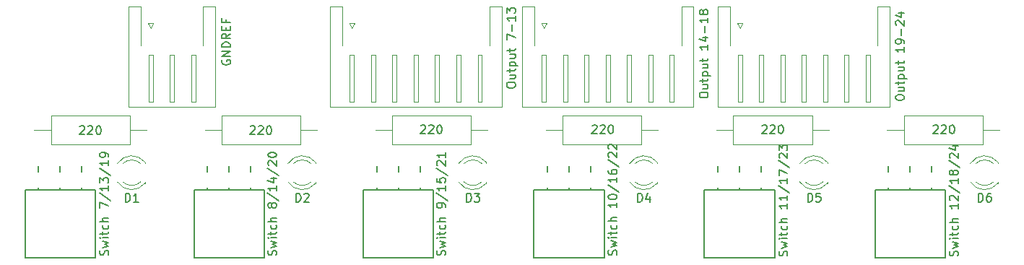
<source format=gbr>
%TF.GenerationSoftware,KiCad,Pcbnew,7.0.8*%
%TF.CreationDate,2024-02-11T23:31:07+01:00*%
%TF.ProjectId,BlankingRelay_Top2,426c616e-6b69-46e6-9752-656c61795f54,rev?*%
%TF.SameCoordinates,Original*%
%TF.FileFunction,Legend,Top*%
%TF.FilePolarity,Positive*%
%FSLAX46Y46*%
G04 Gerber Fmt 4.6, Leading zero omitted, Abs format (unit mm)*
G04 Created by KiCad (PCBNEW 7.0.8) date 2024-02-11 23:31:07*
%MOMM*%
%LPD*%
G01*
G04 APERTURE LIST*
%ADD10C,0.150000*%
%ADD11C,0.120000*%
G04 APERTURE END LIST*
D10*
X74802438Y-56742857D02*
X74754819Y-56838095D01*
X74754819Y-56838095D02*
X74754819Y-56980952D01*
X74754819Y-56980952D02*
X74802438Y-57123809D01*
X74802438Y-57123809D02*
X74897676Y-57219047D01*
X74897676Y-57219047D02*
X74992914Y-57266666D01*
X74992914Y-57266666D02*
X75183390Y-57314285D01*
X75183390Y-57314285D02*
X75326247Y-57314285D01*
X75326247Y-57314285D02*
X75516723Y-57266666D01*
X75516723Y-57266666D02*
X75611961Y-57219047D01*
X75611961Y-57219047D02*
X75707200Y-57123809D01*
X75707200Y-57123809D02*
X75754819Y-56980952D01*
X75754819Y-56980952D02*
X75754819Y-56885714D01*
X75754819Y-56885714D02*
X75707200Y-56742857D01*
X75707200Y-56742857D02*
X75659580Y-56695238D01*
X75659580Y-56695238D02*
X75326247Y-56695238D01*
X75326247Y-56695238D02*
X75326247Y-56885714D01*
X75754819Y-56266666D02*
X74754819Y-56266666D01*
X74754819Y-56266666D02*
X75754819Y-55695238D01*
X75754819Y-55695238D02*
X74754819Y-55695238D01*
X75754819Y-55219047D02*
X74754819Y-55219047D01*
X74754819Y-55219047D02*
X74754819Y-54980952D01*
X74754819Y-54980952D02*
X74802438Y-54838095D01*
X74802438Y-54838095D02*
X74897676Y-54742857D01*
X74897676Y-54742857D02*
X74992914Y-54695238D01*
X74992914Y-54695238D02*
X75183390Y-54647619D01*
X75183390Y-54647619D02*
X75326247Y-54647619D01*
X75326247Y-54647619D02*
X75516723Y-54695238D01*
X75516723Y-54695238D02*
X75611961Y-54742857D01*
X75611961Y-54742857D02*
X75707200Y-54838095D01*
X75707200Y-54838095D02*
X75754819Y-54980952D01*
X75754819Y-54980952D02*
X75754819Y-55219047D01*
X75754819Y-53647619D02*
X75278628Y-53980952D01*
X75754819Y-54219047D02*
X74754819Y-54219047D01*
X74754819Y-54219047D02*
X74754819Y-53838095D01*
X74754819Y-53838095D02*
X74802438Y-53742857D01*
X74802438Y-53742857D02*
X74850057Y-53695238D01*
X74850057Y-53695238D02*
X74945295Y-53647619D01*
X74945295Y-53647619D02*
X75088152Y-53647619D01*
X75088152Y-53647619D02*
X75183390Y-53695238D01*
X75183390Y-53695238D02*
X75231009Y-53742857D01*
X75231009Y-53742857D02*
X75278628Y-53838095D01*
X75278628Y-53838095D02*
X75278628Y-54219047D01*
X75231009Y-53219047D02*
X75231009Y-52885714D01*
X75754819Y-52742857D02*
X75754819Y-53219047D01*
X75754819Y-53219047D02*
X74754819Y-53219047D01*
X74754819Y-53219047D02*
X74754819Y-52742857D01*
X75231009Y-51980952D02*
X75231009Y-52314285D01*
X75754819Y-52314285D02*
X74754819Y-52314285D01*
X74754819Y-52314285D02*
X74754819Y-51838095D01*
X161007200Y-79699999D02*
X161054819Y-79557142D01*
X161054819Y-79557142D02*
X161054819Y-79319047D01*
X161054819Y-79319047D02*
X161007200Y-79223809D01*
X161007200Y-79223809D02*
X160959580Y-79176190D01*
X160959580Y-79176190D02*
X160864342Y-79128571D01*
X160864342Y-79128571D02*
X160769104Y-79128571D01*
X160769104Y-79128571D02*
X160673866Y-79176190D01*
X160673866Y-79176190D02*
X160626247Y-79223809D01*
X160626247Y-79223809D02*
X160578628Y-79319047D01*
X160578628Y-79319047D02*
X160531009Y-79509523D01*
X160531009Y-79509523D02*
X160483390Y-79604761D01*
X160483390Y-79604761D02*
X160435771Y-79652380D01*
X160435771Y-79652380D02*
X160340533Y-79699999D01*
X160340533Y-79699999D02*
X160245295Y-79699999D01*
X160245295Y-79699999D02*
X160150057Y-79652380D01*
X160150057Y-79652380D02*
X160102438Y-79604761D01*
X160102438Y-79604761D02*
X160054819Y-79509523D01*
X160054819Y-79509523D02*
X160054819Y-79271428D01*
X160054819Y-79271428D02*
X160102438Y-79128571D01*
X160388152Y-78795237D02*
X161054819Y-78604761D01*
X161054819Y-78604761D02*
X160578628Y-78414285D01*
X160578628Y-78414285D02*
X161054819Y-78223809D01*
X161054819Y-78223809D02*
X160388152Y-78033333D01*
X161054819Y-77652380D02*
X160388152Y-77652380D01*
X160054819Y-77652380D02*
X160102438Y-77699999D01*
X160102438Y-77699999D02*
X160150057Y-77652380D01*
X160150057Y-77652380D02*
X160102438Y-77604761D01*
X160102438Y-77604761D02*
X160054819Y-77652380D01*
X160054819Y-77652380D02*
X160150057Y-77652380D01*
X160388152Y-77319047D02*
X160388152Y-76938095D01*
X160054819Y-77176190D02*
X160911961Y-77176190D01*
X160911961Y-77176190D02*
X161007200Y-77128571D01*
X161007200Y-77128571D02*
X161054819Y-77033333D01*
X161054819Y-77033333D02*
X161054819Y-76938095D01*
X161007200Y-76176190D02*
X161054819Y-76271428D01*
X161054819Y-76271428D02*
X161054819Y-76461904D01*
X161054819Y-76461904D02*
X161007200Y-76557142D01*
X161007200Y-76557142D02*
X160959580Y-76604761D01*
X160959580Y-76604761D02*
X160864342Y-76652380D01*
X160864342Y-76652380D02*
X160578628Y-76652380D01*
X160578628Y-76652380D02*
X160483390Y-76604761D01*
X160483390Y-76604761D02*
X160435771Y-76557142D01*
X160435771Y-76557142D02*
X160388152Y-76461904D01*
X160388152Y-76461904D02*
X160388152Y-76271428D01*
X160388152Y-76271428D02*
X160435771Y-76176190D01*
X161054819Y-75747618D02*
X160054819Y-75747618D01*
X161054819Y-75319047D02*
X160531009Y-75319047D01*
X160531009Y-75319047D02*
X160435771Y-75366666D01*
X160435771Y-75366666D02*
X160388152Y-75461904D01*
X160388152Y-75461904D02*
X160388152Y-75604761D01*
X160388152Y-75604761D02*
X160435771Y-75699999D01*
X160435771Y-75699999D02*
X160483390Y-75747618D01*
X161054819Y-73557142D02*
X161054819Y-74128570D01*
X161054819Y-73842856D02*
X160054819Y-73842856D01*
X160054819Y-73842856D02*
X160197676Y-73938094D01*
X160197676Y-73938094D02*
X160292914Y-74033332D01*
X160292914Y-74033332D02*
X160340533Y-74128570D01*
X160150057Y-73176189D02*
X160102438Y-73128570D01*
X160102438Y-73128570D02*
X160054819Y-73033332D01*
X160054819Y-73033332D02*
X160054819Y-72795237D01*
X160054819Y-72795237D02*
X160102438Y-72699999D01*
X160102438Y-72699999D02*
X160150057Y-72652380D01*
X160150057Y-72652380D02*
X160245295Y-72604761D01*
X160245295Y-72604761D02*
X160340533Y-72604761D01*
X160340533Y-72604761D02*
X160483390Y-72652380D01*
X160483390Y-72652380D02*
X161054819Y-73223808D01*
X161054819Y-73223808D02*
X161054819Y-72604761D01*
X160007200Y-71461904D02*
X161292914Y-72319046D01*
X161054819Y-70604761D02*
X161054819Y-71176189D01*
X161054819Y-70890475D02*
X160054819Y-70890475D01*
X160054819Y-70890475D02*
X160197676Y-70985713D01*
X160197676Y-70985713D02*
X160292914Y-71080951D01*
X160292914Y-71080951D02*
X160340533Y-71176189D01*
X160483390Y-70033332D02*
X160435771Y-70128570D01*
X160435771Y-70128570D02*
X160388152Y-70176189D01*
X160388152Y-70176189D02*
X160292914Y-70223808D01*
X160292914Y-70223808D02*
X160245295Y-70223808D01*
X160245295Y-70223808D02*
X160150057Y-70176189D01*
X160150057Y-70176189D02*
X160102438Y-70128570D01*
X160102438Y-70128570D02*
X160054819Y-70033332D01*
X160054819Y-70033332D02*
X160054819Y-69842856D01*
X160054819Y-69842856D02*
X160102438Y-69747618D01*
X160102438Y-69747618D02*
X160150057Y-69699999D01*
X160150057Y-69699999D02*
X160245295Y-69652380D01*
X160245295Y-69652380D02*
X160292914Y-69652380D01*
X160292914Y-69652380D02*
X160388152Y-69699999D01*
X160388152Y-69699999D02*
X160435771Y-69747618D01*
X160435771Y-69747618D02*
X160483390Y-69842856D01*
X160483390Y-69842856D02*
X160483390Y-70033332D01*
X160483390Y-70033332D02*
X160531009Y-70128570D01*
X160531009Y-70128570D02*
X160578628Y-70176189D01*
X160578628Y-70176189D02*
X160673866Y-70223808D01*
X160673866Y-70223808D02*
X160864342Y-70223808D01*
X160864342Y-70223808D02*
X160959580Y-70176189D01*
X160959580Y-70176189D02*
X161007200Y-70128570D01*
X161007200Y-70128570D02*
X161054819Y-70033332D01*
X161054819Y-70033332D02*
X161054819Y-69842856D01*
X161054819Y-69842856D02*
X161007200Y-69747618D01*
X161007200Y-69747618D02*
X160959580Y-69699999D01*
X160959580Y-69699999D02*
X160864342Y-69652380D01*
X160864342Y-69652380D02*
X160673866Y-69652380D01*
X160673866Y-69652380D02*
X160578628Y-69699999D01*
X160578628Y-69699999D02*
X160531009Y-69747618D01*
X160531009Y-69747618D02*
X160483390Y-69842856D01*
X160007200Y-68509523D02*
X161292914Y-69366665D01*
X160150057Y-68223808D02*
X160102438Y-68176189D01*
X160102438Y-68176189D02*
X160054819Y-68080951D01*
X160054819Y-68080951D02*
X160054819Y-67842856D01*
X160054819Y-67842856D02*
X160102438Y-67747618D01*
X160102438Y-67747618D02*
X160150057Y-67699999D01*
X160150057Y-67699999D02*
X160245295Y-67652380D01*
X160245295Y-67652380D02*
X160340533Y-67652380D01*
X160340533Y-67652380D02*
X160483390Y-67699999D01*
X160483390Y-67699999D02*
X161054819Y-68271427D01*
X161054819Y-68271427D02*
X161054819Y-67652380D01*
X160388152Y-66795237D02*
X161054819Y-66795237D01*
X160007200Y-67033332D02*
X160721485Y-67271427D01*
X160721485Y-67271427D02*
X160721485Y-66652380D01*
X141007200Y-79699999D02*
X141054819Y-79557142D01*
X141054819Y-79557142D02*
X141054819Y-79319047D01*
X141054819Y-79319047D02*
X141007200Y-79223809D01*
X141007200Y-79223809D02*
X140959580Y-79176190D01*
X140959580Y-79176190D02*
X140864342Y-79128571D01*
X140864342Y-79128571D02*
X140769104Y-79128571D01*
X140769104Y-79128571D02*
X140673866Y-79176190D01*
X140673866Y-79176190D02*
X140626247Y-79223809D01*
X140626247Y-79223809D02*
X140578628Y-79319047D01*
X140578628Y-79319047D02*
X140531009Y-79509523D01*
X140531009Y-79509523D02*
X140483390Y-79604761D01*
X140483390Y-79604761D02*
X140435771Y-79652380D01*
X140435771Y-79652380D02*
X140340533Y-79699999D01*
X140340533Y-79699999D02*
X140245295Y-79699999D01*
X140245295Y-79699999D02*
X140150057Y-79652380D01*
X140150057Y-79652380D02*
X140102438Y-79604761D01*
X140102438Y-79604761D02*
X140054819Y-79509523D01*
X140054819Y-79509523D02*
X140054819Y-79271428D01*
X140054819Y-79271428D02*
X140102438Y-79128571D01*
X140388152Y-78795237D02*
X141054819Y-78604761D01*
X141054819Y-78604761D02*
X140578628Y-78414285D01*
X140578628Y-78414285D02*
X141054819Y-78223809D01*
X141054819Y-78223809D02*
X140388152Y-78033333D01*
X141054819Y-77652380D02*
X140388152Y-77652380D01*
X140054819Y-77652380D02*
X140102438Y-77699999D01*
X140102438Y-77699999D02*
X140150057Y-77652380D01*
X140150057Y-77652380D02*
X140102438Y-77604761D01*
X140102438Y-77604761D02*
X140054819Y-77652380D01*
X140054819Y-77652380D02*
X140150057Y-77652380D01*
X140388152Y-77319047D02*
X140388152Y-76938095D01*
X140054819Y-77176190D02*
X140911961Y-77176190D01*
X140911961Y-77176190D02*
X141007200Y-77128571D01*
X141007200Y-77128571D02*
X141054819Y-77033333D01*
X141054819Y-77033333D02*
X141054819Y-76938095D01*
X141007200Y-76176190D02*
X141054819Y-76271428D01*
X141054819Y-76271428D02*
X141054819Y-76461904D01*
X141054819Y-76461904D02*
X141007200Y-76557142D01*
X141007200Y-76557142D02*
X140959580Y-76604761D01*
X140959580Y-76604761D02*
X140864342Y-76652380D01*
X140864342Y-76652380D02*
X140578628Y-76652380D01*
X140578628Y-76652380D02*
X140483390Y-76604761D01*
X140483390Y-76604761D02*
X140435771Y-76557142D01*
X140435771Y-76557142D02*
X140388152Y-76461904D01*
X140388152Y-76461904D02*
X140388152Y-76271428D01*
X140388152Y-76271428D02*
X140435771Y-76176190D01*
X141054819Y-75747618D02*
X140054819Y-75747618D01*
X141054819Y-75319047D02*
X140531009Y-75319047D01*
X140531009Y-75319047D02*
X140435771Y-75366666D01*
X140435771Y-75366666D02*
X140388152Y-75461904D01*
X140388152Y-75461904D02*
X140388152Y-75604761D01*
X140388152Y-75604761D02*
X140435771Y-75699999D01*
X140435771Y-75699999D02*
X140483390Y-75747618D01*
X141054819Y-73557142D02*
X141054819Y-74128570D01*
X141054819Y-73842856D02*
X140054819Y-73842856D01*
X140054819Y-73842856D02*
X140197676Y-73938094D01*
X140197676Y-73938094D02*
X140292914Y-74033332D01*
X140292914Y-74033332D02*
X140340533Y-74128570D01*
X141054819Y-72604761D02*
X141054819Y-73176189D01*
X141054819Y-72890475D02*
X140054819Y-72890475D01*
X140054819Y-72890475D02*
X140197676Y-72985713D01*
X140197676Y-72985713D02*
X140292914Y-73080951D01*
X140292914Y-73080951D02*
X140340533Y-73176189D01*
X140007200Y-71461904D02*
X141292914Y-72319046D01*
X141054819Y-70604761D02*
X141054819Y-71176189D01*
X141054819Y-70890475D02*
X140054819Y-70890475D01*
X140054819Y-70890475D02*
X140197676Y-70985713D01*
X140197676Y-70985713D02*
X140292914Y-71080951D01*
X140292914Y-71080951D02*
X140340533Y-71176189D01*
X140054819Y-70271427D02*
X140054819Y-69604761D01*
X140054819Y-69604761D02*
X141054819Y-70033332D01*
X140007200Y-68509523D02*
X141292914Y-69366665D01*
X140150057Y-68223808D02*
X140102438Y-68176189D01*
X140102438Y-68176189D02*
X140054819Y-68080951D01*
X140054819Y-68080951D02*
X140054819Y-67842856D01*
X140054819Y-67842856D02*
X140102438Y-67747618D01*
X140102438Y-67747618D02*
X140150057Y-67699999D01*
X140150057Y-67699999D02*
X140245295Y-67652380D01*
X140245295Y-67652380D02*
X140340533Y-67652380D01*
X140340533Y-67652380D02*
X140483390Y-67699999D01*
X140483390Y-67699999D02*
X141054819Y-68271427D01*
X141054819Y-68271427D02*
X141054819Y-67652380D01*
X140054819Y-67319046D02*
X140054819Y-66699999D01*
X140054819Y-66699999D02*
X140435771Y-67033332D01*
X140435771Y-67033332D02*
X140435771Y-66890475D01*
X140435771Y-66890475D02*
X140483390Y-66795237D01*
X140483390Y-66795237D02*
X140531009Y-66747618D01*
X140531009Y-66747618D02*
X140626247Y-66699999D01*
X140626247Y-66699999D02*
X140864342Y-66699999D01*
X140864342Y-66699999D02*
X140959580Y-66747618D01*
X140959580Y-66747618D02*
X141007200Y-66795237D01*
X141007200Y-66795237D02*
X141054819Y-66890475D01*
X141054819Y-66890475D02*
X141054819Y-67176189D01*
X141054819Y-67176189D02*
X141007200Y-67271427D01*
X141007200Y-67271427D02*
X140959580Y-67319046D01*
X121007200Y-79599999D02*
X121054819Y-79457142D01*
X121054819Y-79457142D02*
X121054819Y-79219047D01*
X121054819Y-79219047D02*
X121007200Y-79123809D01*
X121007200Y-79123809D02*
X120959580Y-79076190D01*
X120959580Y-79076190D02*
X120864342Y-79028571D01*
X120864342Y-79028571D02*
X120769104Y-79028571D01*
X120769104Y-79028571D02*
X120673866Y-79076190D01*
X120673866Y-79076190D02*
X120626247Y-79123809D01*
X120626247Y-79123809D02*
X120578628Y-79219047D01*
X120578628Y-79219047D02*
X120531009Y-79409523D01*
X120531009Y-79409523D02*
X120483390Y-79504761D01*
X120483390Y-79504761D02*
X120435771Y-79552380D01*
X120435771Y-79552380D02*
X120340533Y-79599999D01*
X120340533Y-79599999D02*
X120245295Y-79599999D01*
X120245295Y-79599999D02*
X120150057Y-79552380D01*
X120150057Y-79552380D02*
X120102438Y-79504761D01*
X120102438Y-79504761D02*
X120054819Y-79409523D01*
X120054819Y-79409523D02*
X120054819Y-79171428D01*
X120054819Y-79171428D02*
X120102438Y-79028571D01*
X120388152Y-78695237D02*
X121054819Y-78504761D01*
X121054819Y-78504761D02*
X120578628Y-78314285D01*
X120578628Y-78314285D02*
X121054819Y-78123809D01*
X121054819Y-78123809D02*
X120388152Y-77933333D01*
X121054819Y-77552380D02*
X120388152Y-77552380D01*
X120054819Y-77552380D02*
X120102438Y-77599999D01*
X120102438Y-77599999D02*
X120150057Y-77552380D01*
X120150057Y-77552380D02*
X120102438Y-77504761D01*
X120102438Y-77504761D02*
X120054819Y-77552380D01*
X120054819Y-77552380D02*
X120150057Y-77552380D01*
X120388152Y-77219047D02*
X120388152Y-76838095D01*
X120054819Y-77076190D02*
X120911961Y-77076190D01*
X120911961Y-77076190D02*
X121007200Y-77028571D01*
X121007200Y-77028571D02*
X121054819Y-76933333D01*
X121054819Y-76933333D02*
X121054819Y-76838095D01*
X121007200Y-76076190D02*
X121054819Y-76171428D01*
X121054819Y-76171428D02*
X121054819Y-76361904D01*
X121054819Y-76361904D02*
X121007200Y-76457142D01*
X121007200Y-76457142D02*
X120959580Y-76504761D01*
X120959580Y-76504761D02*
X120864342Y-76552380D01*
X120864342Y-76552380D02*
X120578628Y-76552380D01*
X120578628Y-76552380D02*
X120483390Y-76504761D01*
X120483390Y-76504761D02*
X120435771Y-76457142D01*
X120435771Y-76457142D02*
X120388152Y-76361904D01*
X120388152Y-76361904D02*
X120388152Y-76171428D01*
X120388152Y-76171428D02*
X120435771Y-76076190D01*
X121054819Y-75647618D02*
X120054819Y-75647618D01*
X121054819Y-75219047D02*
X120531009Y-75219047D01*
X120531009Y-75219047D02*
X120435771Y-75266666D01*
X120435771Y-75266666D02*
X120388152Y-75361904D01*
X120388152Y-75361904D02*
X120388152Y-75504761D01*
X120388152Y-75504761D02*
X120435771Y-75599999D01*
X120435771Y-75599999D02*
X120483390Y-75647618D01*
X121054819Y-73457142D02*
X121054819Y-74028570D01*
X121054819Y-73742856D02*
X120054819Y-73742856D01*
X120054819Y-73742856D02*
X120197676Y-73838094D01*
X120197676Y-73838094D02*
X120292914Y-73933332D01*
X120292914Y-73933332D02*
X120340533Y-74028570D01*
X120054819Y-72838094D02*
X120054819Y-72742856D01*
X120054819Y-72742856D02*
X120102438Y-72647618D01*
X120102438Y-72647618D02*
X120150057Y-72599999D01*
X120150057Y-72599999D02*
X120245295Y-72552380D01*
X120245295Y-72552380D02*
X120435771Y-72504761D01*
X120435771Y-72504761D02*
X120673866Y-72504761D01*
X120673866Y-72504761D02*
X120864342Y-72552380D01*
X120864342Y-72552380D02*
X120959580Y-72599999D01*
X120959580Y-72599999D02*
X121007200Y-72647618D01*
X121007200Y-72647618D02*
X121054819Y-72742856D01*
X121054819Y-72742856D02*
X121054819Y-72838094D01*
X121054819Y-72838094D02*
X121007200Y-72933332D01*
X121007200Y-72933332D02*
X120959580Y-72980951D01*
X120959580Y-72980951D02*
X120864342Y-73028570D01*
X120864342Y-73028570D02*
X120673866Y-73076189D01*
X120673866Y-73076189D02*
X120435771Y-73076189D01*
X120435771Y-73076189D02*
X120245295Y-73028570D01*
X120245295Y-73028570D02*
X120150057Y-72980951D01*
X120150057Y-72980951D02*
X120102438Y-72933332D01*
X120102438Y-72933332D02*
X120054819Y-72838094D01*
X120007200Y-71361904D02*
X121292914Y-72219046D01*
X121054819Y-70504761D02*
X121054819Y-71076189D01*
X121054819Y-70790475D02*
X120054819Y-70790475D01*
X120054819Y-70790475D02*
X120197676Y-70885713D01*
X120197676Y-70885713D02*
X120292914Y-70980951D01*
X120292914Y-70980951D02*
X120340533Y-71076189D01*
X120054819Y-69647618D02*
X120054819Y-69838094D01*
X120054819Y-69838094D02*
X120102438Y-69933332D01*
X120102438Y-69933332D02*
X120150057Y-69980951D01*
X120150057Y-69980951D02*
X120292914Y-70076189D01*
X120292914Y-70076189D02*
X120483390Y-70123808D01*
X120483390Y-70123808D02*
X120864342Y-70123808D01*
X120864342Y-70123808D02*
X120959580Y-70076189D01*
X120959580Y-70076189D02*
X121007200Y-70028570D01*
X121007200Y-70028570D02*
X121054819Y-69933332D01*
X121054819Y-69933332D02*
X121054819Y-69742856D01*
X121054819Y-69742856D02*
X121007200Y-69647618D01*
X121007200Y-69647618D02*
X120959580Y-69599999D01*
X120959580Y-69599999D02*
X120864342Y-69552380D01*
X120864342Y-69552380D02*
X120626247Y-69552380D01*
X120626247Y-69552380D02*
X120531009Y-69599999D01*
X120531009Y-69599999D02*
X120483390Y-69647618D01*
X120483390Y-69647618D02*
X120435771Y-69742856D01*
X120435771Y-69742856D02*
X120435771Y-69933332D01*
X120435771Y-69933332D02*
X120483390Y-70028570D01*
X120483390Y-70028570D02*
X120531009Y-70076189D01*
X120531009Y-70076189D02*
X120626247Y-70123808D01*
X120007200Y-68409523D02*
X121292914Y-69266665D01*
X120150057Y-68123808D02*
X120102438Y-68076189D01*
X120102438Y-68076189D02*
X120054819Y-67980951D01*
X120054819Y-67980951D02*
X120054819Y-67742856D01*
X120054819Y-67742856D02*
X120102438Y-67647618D01*
X120102438Y-67647618D02*
X120150057Y-67599999D01*
X120150057Y-67599999D02*
X120245295Y-67552380D01*
X120245295Y-67552380D02*
X120340533Y-67552380D01*
X120340533Y-67552380D02*
X120483390Y-67599999D01*
X120483390Y-67599999D02*
X121054819Y-68171427D01*
X121054819Y-68171427D02*
X121054819Y-67552380D01*
X120150057Y-67171427D02*
X120102438Y-67123808D01*
X120102438Y-67123808D02*
X120054819Y-67028570D01*
X120054819Y-67028570D02*
X120054819Y-66790475D01*
X120054819Y-66790475D02*
X120102438Y-66695237D01*
X120102438Y-66695237D02*
X120150057Y-66647618D01*
X120150057Y-66647618D02*
X120245295Y-66599999D01*
X120245295Y-66599999D02*
X120340533Y-66599999D01*
X120340533Y-66599999D02*
X120483390Y-66647618D01*
X120483390Y-66647618D02*
X121054819Y-67219046D01*
X121054819Y-67219046D02*
X121054819Y-66599999D01*
X100907200Y-79623809D02*
X100954819Y-79480952D01*
X100954819Y-79480952D02*
X100954819Y-79242857D01*
X100954819Y-79242857D02*
X100907200Y-79147619D01*
X100907200Y-79147619D02*
X100859580Y-79100000D01*
X100859580Y-79100000D02*
X100764342Y-79052381D01*
X100764342Y-79052381D02*
X100669104Y-79052381D01*
X100669104Y-79052381D02*
X100573866Y-79100000D01*
X100573866Y-79100000D02*
X100526247Y-79147619D01*
X100526247Y-79147619D02*
X100478628Y-79242857D01*
X100478628Y-79242857D02*
X100431009Y-79433333D01*
X100431009Y-79433333D02*
X100383390Y-79528571D01*
X100383390Y-79528571D02*
X100335771Y-79576190D01*
X100335771Y-79576190D02*
X100240533Y-79623809D01*
X100240533Y-79623809D02*
X100145295Y-79623809D01*
X100145295Y-79623809D02*
X100050057Y-79576190D01*
X100050057Y-79576190D02*
X100002438Y-79528571D01*
X100002438Y-79528571D02*
X99954819Y-79433333D01*
X99954819Y-79433333D02*
X99954819Y-79195238D01*
X99954819Y-79195238D02*
X100002438Y-79052381D01*
X100288152Y-78719047D02*
X100954819Y-78528571D01*
X100954819Y-78528571D02*
X100478628Y-78338095D01*
X100478628Y-78338095D02*
X100954819Y-78147619D01*
X100954819Y-78147619D02*
X100288152Y-77957143D01*
X100954819Y-77576190D02*
X100288152Y-77576190D01*
X99954819Y-77576190D02*
X100002438Y-77623809D01*
X100002438Y-77623809D02*
X100050057Y-77576190D01*
X100050057Y-77576190D02*
X100002438Y-77528571D01*
X100002438Y-77528571D02*
X99954819Y-77576190D01*
X99954819Y-77576190D02*
X100050057Y-77576190D01*
X100288152Y-77242857D02*
X100288152Y-76861905D01*
X99954819Y-77100000D02*
X100811961Y-77100000D01*
X100811961Y-77100000D02*
X100907200Y-77052381D01*
X100907200Y-77052381D02*
X100954819Y-76957143D01*
X100954819Y-76957143D02*
X100954819Y-76861905D01*
X100907200Y-76100000D02*
X100954819Y-76195238D01*
X100954819Y-76195238D02*
X100954819Y-76385714D01*
X100954819Y-76385714D02*
X100907200Y-76480952D01*
X100907200Y-76480952D02*
X100859580Y-76528571D01*
X100859580Y-76528571D02*
X100764342Y-76576190D01*
X100764342Y-76576190D02*
X100478628Y-76576190D01*
X100478628Y-76576190D02*
X100383390Y-76528571D01*
X100383390Y-76528571D02*
X100335771Y-76480952D01*
X100335771Y-76480952D02*
X100288152Y-76385714D01*
X100288152Y-76385714D02*
X100288152Y-76195238D01*
X100288152Y-76195238D02*
X100335771Y-76100000D01*
X100954819Y-75671428D02*
X99954819Y-75671428D01*
X100954819Y-75242857D02*
X100431009Y-75242857D01*
X100431009Y-75242857D02*
X100335771Y-75290476D01*
X100335771Y-75290476D02*
X100288152Y-75385714D01*
X100288152Y-75385714D02*
X100288152Y-75528571D01*
X100288152Y-75528571D02*
X100335771Y-75623809D01*
X100335771Y-75623809D02*
X100383390Y-75671428D01*
X100954819Y-73957142D02*
X100954819Y-73766666D01*
X100954819Y-73766666D02*
X100907200Y-73671428D01*
X100907200Y-73671428D02*
X100859580Y-73623809D01*
X100859580Y-73623809D02*
X100716723Y-73528571D01*
X100716723Y-73528571D02*
X100526247Y-73480952D01*
X100526247Y-73480952D02*
X100145295Y-73480952D01*
X100145295Y-73480952D02*
X100050057Y-73528571D01*
X100050057Y-73528571D02*
X100002438Y-73576190D01*
X100002438Y-73576190D02*
X99954819Y-73671428D01*
X99954819Y-73671428D02*
X99954819Y-73861904D01*
X99954819Y-73861904D02*
X100002438Y-73957142D01*
X100002438Y-73957142D02*
X100050057Y-74004761D01*
X100050057Y-74004761D02*
X100145295Y-74052380D01*
X100145295Y-74052380D02*
X100383390Y-74052380D01*
X100383390Y-74052380D02*
X100478628Y-74004761D01*
X100478628Y-74004761D02*
X100526247Y-73957142D01*
X100526247Y-73957142D02*
X100573866Y-73861904D01*
X100573866Y-73861904D02*
X100573866Y-73671428D01*
X100573866Y-73671428D02*
X100526247Y-73576190D01*
X100526247Y-73576190D02*
X100478628Y-73528571D01*
X100478628Y-73528571D02*
X100383390Y-73480952D01*
X99907200Y-72338095D02*
X101192914Y-73195237D01*
X100954819Y-71480952D02*
X100954819Y-72052380D01*
X100954819Y-71766666D02*
X99954819Y-71766666D01*
X99954819Y-71766666D02*
X100097676Y-71861904D01*
X100097676Y-71861904D02*
X100192914Y-71957142D01*
X100192914Y-71957142D02*
X100240533Y-72052380D01*
X99954819Y-70576190D02*
X99954819Y-71052380D01*
X99954819Y-71052380D02*
X100431009Y-71099999D01*
X100431009Y-71099999D02*
X100383390Y-71052380D01*
X100383390Y-71052380D02*
X100335771Y-70957142D01*
X100335771Y-70957142D02*
X100335771Y-70719047D01*
X100335771Y-70719047D02*
X100383390Y-70623809D01*
X100383390Y-70623809D02*
X100431009Y-70576190D01*
X100431009Y-70576190D02*
X100526247Y-70528571D01*
X100526247Y-70528571D02*
X100764342Y-70528571D01*
X100764342Y-70528571D02*
X100859580Y-70576190D01*
X100859580Y-70576190D02*
X100907200Y-70623809D01*
X100907200Y-70623809D02*
X100954819Y-70719047D01*
X100954819Y-70719047D02*
X100954819Y-70957142D01*
X100954819Y-70957142D02*
X100907200Y-71052380D01*
X100907200Y-71052380D02*
X100859580Y-71099999D01*
X99907200Y-69385714D02*
X101192914Y-70242856D01*
X100050057Y-69099999D02*
X100002438Y-69052380D01*
X100002438Y-69052380D02*
X99954819Y-68957142D01*
X99954819Y-68957142D02*
X99954819Y-68719047D01*
X99954819Y-68719047D02*
X100002438Y-68623809D01*
X100002438Y-68623809D02*
X100050057Y-68576190D01*
X100050057Y-68576190D02*
X100145295Y-68528571D01*
X100145295Y-68528571D02*
X100240533Y-68528571D01*
X100240533Y-68528571D02*
X100383390Y-68576190D01*
X100383390Y-68576190D02*
X100954819Y-69147618D01*
X100954819Y-69147618D02*
X100954819Y-68528571D01*
X100954819Y-67576190D02*
X100954819Y-68147618D01*
X100954819Y-67861904D02*
X99954819Y-67861904D01*
X99954819Y-67861904D02*
X100097676Y-67957142D01*
X100097676Y-67957142D02*
X100192914Y-68052380D01*
X100192914Y-68052380D02*
X100240533Y-68147618D01*
X81107200Y-79623809D02*
X81154819Y-79480952D01*
X81154819Y-79480952D02*
X81154819Y-79242857D01*
X81154819Y-79242857D02*
X81107200Y-79147619D01*
X81107200Y-79147619D02*
X81059580Y-79100000D01*
X81059580Y-79100000D02*
X80964342Y-79052381D01*
X80964342Y-79052381D02*
X80869104Y-79052381D01*
X80869104Y-79052381D02*
X80773866Y-79100000D01*
X80773866Y-79100000D02*
X80726247Y-79147619D01*
X80726247Y-79147619D02*
X80678628Y-79242857D01*
X80678628Y-79242857D02*
X80631009Y-79433333D01*
X80631009Y-79433333D02*
X80583390Y-79528571D01*
X80583390Y-79528571D02*
X80535771Y-79576190D01*
X80535771Y-79576190D02*
X80440533Y-79623809D01*
X80440533Y-79623809D02*
X80345295Y-79623809D01*
X80345295Y-79623809D02*
X80250057Y-79576190D01*
X80250057Y-79576190D02*
X80202438Y-79528571D01*
X80202438Y-79528571D02*
X80154819Y-79433333D01*
X80154819Y-79433333D02*
X80154819Y-79195238D01*
X80154819Y-79195238D02*
X80202438Y-79052381D01*
X80488152Y-78719047D02*
X81154819Y-78528571D01*
X81154819Y-78528571D02*
X80678628Y-78338095D01*
X80678628Y-78338095D02*
X81154819Y-78147619D01*
X81154819Y-78147619D02*
X80488152Y-77957143D01*
X81154819Y-77576190D02*
X80488152Y-77576190D01*
X80154819Y-77576190D02*
X80202438Y-77623809D01*
X80202438Y-77623809D02*
X80250057Y-77576190D01*
X80250057Y-77576190D02*
X80202438Y-77528571D01*
X80202438Y-77528571D02*
X80154819Y-77576190D01*
X80154819Y-77576190D02*
X80250057Y-77576190D01*
X80488152Y-77242857D02*
X80488152Y-76861905D01*
X80154819Y-77100000D02*
X81011961Y-77100000D01*
X81011961Y-77100000D02*
X81107200Y-77052381D01*
X81107200Y-77052381D02*
X81154819Y-76957143D01*
X81154819Y-76957143D02*
X81154819Y-76861905D01*
X81107200Y-76100000D02*
X81154819Y-76195238D01*
X81154819Y-76195238D02*
X81154819Y-76385714D01*
X81154819Y-76385714D02*
X81107200Y-76480952D01*
X81107200Y-76480952D02*
X81059580Y-76528571D01*
X81059580Y-76528571D02*
X80964342Y-76576190D01*
X80964342Y-76576190D02*
X80678628Y-76576190D01*
X80678628Y-76576190D02*
X80583390Y-76528571D01*
X80583390Y-76528571D02*
X80535771Y-76480952D01*
X80535771Y-76480952D02*
X80488152Y-76385714D01*
X80488152Y-76385714D02*
X80488152Y-76195238D01*
X80488152Y-76195238D02*
X80535771Y-76100000D01*
X81154819Y-75671428D02*
X80154819Y-75671428D01*
X81154819Y-75242857D02*
X80631009Y-75242857D01*
X80631009Y-75242857D02*
X80535771Y-75290476D01*
X80535771Y-75290476D02*
X80488152Y-75385714D01*
X80488152Y-75385714D02*
X80488152Y-75528571D01*
X80488152Y-75528571D02*
X80535771Y-75623809D01*
X80535771Y-75623809D02*
X80583390Y-75671428D01*
X80583390Y-73861904D02*
X80535771Y-73957142D01*
X80535771Y-73957142D02*
X80488152Y-74004761D01*
X80488152Y-74004761D02*
X80392914Y-74052380D01*
X80392914Y-74052380D02*
X80345295Y-74052380D01*
X80345295Y-74052380D02*
X80250057Y-74004761D01*
X80250057Y-74004761D02*
X80202438Y-73957142D01*
X80202438Y-73957142D02*
X80154819Y-73861904D01*
X80154819Y-73861904D02*
X80154819Y-73671428D01*
X80154819Y-73671428D02*
X80202438Y-73576190D01*
X80202438Y-73576190D02*
X80250057Y-73528571D01*
X80250057Y-73528571D02*
X80345295Y-73480952D01*
X80345295Y-73480952D02*
X80392914Y-73480952D01*
X80392914Y-73480952D02*
X80488152Y-73528571D01*
X80488152Y-73528571D02*
X80535771Y-73576190D01*
X80535771Y-73576190D02*
X80583390Y-73671428D01*
X80583390Y-73671428D02*
X80583390Y-73861904D01*
X80583390Y-73861904D02*
X80631009Y-73957142D01*
X80631009Y-73957142D02*
X80678628Y-74004761D01*
X80678628Y-74004761D02*
X80773866Y-74052380D01*
X80773866Y-74052380D02*
X80964342Y-74052380D01*
X80964342Y-74052380D02*
X81059580Y-74004761D01*
X81059580Y-74004761D02*
X81107200Y-73957142D01*
X81107200Y-73957142D02*
X81154819Y-73861904D01*
X81154819Y-73861904D02*
X81154819Y-73671428D01*
X81154819Y-73671428D02*
X81107200Y-73576190D01*
X81107200Y-73576190D02*
X81059580Y-73528571D01*
X81059580Y-73528571D02*
X80964342Y-73480952D01*
X80964342Y-73480952D02*
X80773866Y-73480952D01*
X80773866Y-73480952D02*
X80678628Y-73528571D01*
X80678628Y-73528571D02*
X80631009Y-73576190D01*
X80631009Y-73576190D02*
X80583390Y-73671428D01*
X80107200Y-72338095D02*
X81392914Y-73195237D01*
X81154819Y-71480952D02*
X81154819Y-72052380D01*
X81154819Y-71766666D02*
X80154819Y-71766666D01*
X80154819Y-71766666D02*
X80297676Y-71861904D01*
X80297676Y-71861904D02*
X80392914Y-71957142D01*
X80392914Y-71957142D02*
X80440533Y-72052380D01*
X80488152Y-70623809D02*
X81154819Y-70623809D01*
X80107200Y-70861904D02*
X80821485Y-71099999D01*
X80821485Y-71099999D02*
X80821485Y-70480952D01*
X80107200Y-69385714D02*
X81392914Y-70242856D01*
X80250057Y-69099999D02*
X80202438Y-69052380D01*
X80202438Y-69052380D02*
X80154819Y-68957142D01*
X80154819Y-68957142D02*
X80154819Y-68719047D01*
X80154819Y-68719047D02*
X80202438Y-68623809D01*
X80202438Y-68623809D02*
X80250057Y-68576190D01*
X80250057Y-68576190D02*
X80345295Y-68528571D01*
X80345295Y-68528571D02*
X80440533Y-68528571D01*
X80440533Y-68528571D02*
X80583390Y-68576190D01*
X80583390Y-68576190D02*
X81154819Y-69147618D01*
X81154819Y-69147618D02*
X81154819Y-68528571D01*
X80154819Y-67909523D02*
X80154819Y-67814285D01*
X80154819Y-67814285D02*
X80202438Y-67719047D01*
X80202438Y-67719047D02*
X80250057Y-67671428D01*
X80250057Y-67671428D02*
X80345295Y-67623809D01*
X80345295Y-67623809D02*
X80535771Y-67576190D01*
X80535771Y-67576190D02*
X80773866Y-67576190D01*
X80773866Y-67576190D02*
X80964342Y-67623809D01*
X80964342Y-67623809D02*
X81059580Y-67671428D01*
X81059580Y-67671428D02*
X81107200Y-67719047D01*
X81107200Y-67719047D02*
X81154819Y-67814285D01*
X81154819Y-67814285D02*
X81154819Y-67909523D01*
X81154819Y-67909523D02*
X81107200Y-68004761D01*
X81107200Y-68004761D02*
X81059580Y-68052380D01*
X81059580Y-68052380D02*
X80964342Y-68099999D01*
X80964342Y-68099999D02*
X80773866Y-68147618D01*
X80773866Y-68147618D02*
X80535771Y-68147618D01*
X80535771Y-68147618D02*
X80345295Y-68099999D01*
X80345295Y-68099999D02*
X80250057Y-68052380D01*
X80250057Y-68052380D02*
X80202438Y-68004761D01*
X80202438Y-68004761D02*
X80154819Y-67909523D01*
X61407200Y-79623809D02*
X61454819Y-79480952D01*
X61454819Y-79480952D02*
X61454819Y-79242857D01*
X61454819Y-79242857D02*
X61407200Y-79147619D01*
X61407200Y-79147619D02*
X61359580Y-79100000D01*
X61359580Y-79100000D02*
X61264342Y-79052381D01*
X61264342Y-79052381D02*
X61169104Y-79052381D01*
X61169104Y-79052381D02*
X61073866Y-79100000D01*
X61073866Y-79100000D02*
X61026247Y-79147619D01*
X61026247Y-79147619D02*
X60978628Y-79242857D01*
X60978628Y-79242857D02*
X60931009Y-79433333D01*
X60931009Y-79433333D02*
X60883390Y-79528571D01*
X60883390Y-79528571D02*
X60835771Y-79576190D01*
X60835771Y-79576190D02*
X60740533Y-79623809D01*
X60740533Y-79623809D02*
X60645295Y-79623809D01*
X60645295Y-79623809D02*
X60550057Y-79576190D01*
X60550057Y-79576190D02*
X60502438Y-79528571D01*
X60502438Y-79528571D02*
X60454819Y-79433333D01*
X60454819Y-79433333D02*
X60454819Y-79195238D01*
X60454819Y-79195238D02*
X60502438Y-79052381D01*
X60788152Y-78719047D02*
X61454819Y-78528571D01*
X61454819Y-78528571D02*
X60978628Y-78338095D01*
X60978628Y-78338095D02*
X61454819Y-78147619D01*
X61454819Y-78147619D02*
X60788152Y-77957143D01*
X61454819Y-77576190D02*
X60788152Y-77576190D01*
X60454819Y-77576190D02*
X60502438Y-77623809D01*
X60502438Y-77623809D02*
X60550057Y-77576190D01*
X60550057Y-77576190D02*
X60502438Y-77528571D01*
X60502438Y-77528571D02*
X60454819Y-77576190D01*
X60454819Y-77576190D02*
X60550057Y-77576190D01*
X60788152Y-77242857D02*
X60788152Y-76861905D01*
X60454819Y-77100000D02*
X61311961Y-77100000D01*
X61311961Y-77100000D02*
X61407200Y-77052381D01*
X61407200Y-77052381D02*
X61454819Y-76957143D01*
X61454819Y-76957143D02*
X61454819Y-76861905D01*
X61407200Y-76100000D02*
X61454819Y-76195238D01*
X61454819Y-76195238D02*
X61454819Y-76385714D01*
X61454819Y-76385714D02*
X61407200Y-76480952D01*
X61407200Y-76480952D02*
X61359580Y-76528571D01*
X61359580Y-76528571D02*
X61264342Y-76576190D01*
X61264342Y-76576190D02*
X60978628Y-76576190D01*
X60978628Y-76576190D02*
X60883390Y-76528571D01*
X60883390Y-76528571D02*
X60835771Y-76480952D01*
X60835771Y-76480952D02*
X60788152Y-76385714D01*
X60788152Y-76385714D02*
X60788152Y-76195238D01*
X60788152Y-76195238D02*
X60835771Y-76100000D01*
X61454819Y-75671428D02*
X60454819Y-75671428D01*
X61454819Y-75242857D02*
X60931009Y-75242857D01*
X60931009Y-75242857D02*
X60835771Y-75290476D01*
X60835771Y-75290476D02*
X60788152Y-75385714D01*
X60788152Y-75385714D02*
X60788152Y-75528571D01*
X60788152Y-75528571D02*
X60835771Y-75623809D01*
X60835771Y-75623809D02*
X60883390Y-75671428D01*
X60454819Y-74099999D02*
X60454819Y-73433333D01*
X60454819Y-73433333D02*
X61454819Y-73861904D01*
X60407200Y-72338095D02*
X61692914Y-73195237D01*
X61454819Y-71480952D02*
X61454819Y-72052380D01*
X61454819Y-71766666D02*
X60454819Y-71766666D01*
X60454819Y-71766666D02*
X60597676Y-71861904D01*
X60597676Y-71861904D02*
X60692914Y-71957142D01*
X60692914Y-71957142D02*
X60740533Y-72052380D01*
X60454819Y-71147618D02*
X60454819Y-70528571D01*
X60454819Y-70528571D02*
X60835771Y-70861904D01*
X60835771Y-70861904D02*
X60835771Y-70719047D01*
X60835771Y-70719047D02*
X60883390Y-70623809D01*
X60883390Y-70623809D02*
X60931009Y-70576190D01*
X60931009Y-70576190D02*
X61026247Y-70528571D01*
X61026247Y-70528571D02*
X61264342Y-70528571D01*
X61264342Y-70528571D02*
X61359580Y-70576190D01*
X61359580Y-70576190D02*
X61407200Y-70623809D01*
X61407200Y-70623809D02*
X61454819Y-70719047D01*
X61454819Y-70719047D02*
X61454819Y-71004761D01*
X61454819Y-71004761D02*
X61407200Y-71099999D01*
X61407200Y-71099999D02*
X61359580Y-71147618D01*
X60407200Y-69385714D02*
X61692914Y-70242856D01*
X61454819Y-68528571D02*
X61454819Y-69099999D01*
X61454819Y-68814285D02*
X60454819Y-68814285D01*
X60454819Y-68814285D02*
X60597676Y-68909523D01*
X60597676Y-68909523D02*
X60692914Y-69004761D01*
X60692914Y-69004761D02*
X60740533Y-69099999D01*
X61454819Y-68052380D02*
X61454819Y-67861904D01*
X61454819Y-67861904D02*
X61407200Y-67766666D01*
X61407200Y-67766666D02*
X61359580Y-67719047D01*
X61359580Y-67719047D02*
X61216723Y-67623809D01*
X61216723Y-67623809D02*
X61026247Y-67576190D01*
X61026247Y-67576190D02*
X60645295Y-67576190D01*
X60645295Y-67576190D02*
X60550057Y-67623809D01*
X60550057Y-67623809D02*
X60502438Y-67671428D01*
X60502438Y-67671428D02*
X60454819Y-67766666D01*
X60454819Y-67766666D02*
X60454819Y-67957142D01*
X60454819Y-67957142D02*
X60502438Y-68052380D01*
X60502438Y-68052380D02*
X60550057Y-68099999D01*
X60550057Y-68099999D02*
X60645295Y-68147618D01*
X60645295Y-68147618D02*
X60883390Y-68147618D01*
X60883390Y-68147618D02*
X60978628Y-68099999D01*
X60978628Y-68099999D02*
X61026247Y-68052380D01*
X61026247Y-68052380D02*
X61073866Y-67957142D01*
X61073866Y-67957142D02*
X61073866Y-67766666D01*
X61073866Y-67766666D02*
X61026247Y-67671428D01*
X61026247Y-67671428D02*
X60978628Y-67623809D01*
X60978628Y-67623809D02*
X60883390Y-67576190D01*
X158161905Y-64450057D02*
X158209524Y-64402438D01*
X158209524Y-64402438D02*
X158304762Y-64354819D01*
X158304762Y-64354819D02*
X158542857Y-64354819D01*
X158542857Y-64354819D02*
X158638095Y-64402438D01*
X158638095Y-64402438D02*
X158685714Y-64450057D01*
X158685714Y-64450057D02*
X158733333Y-64545295D01*
X158733333Y-64545295D02*
X158733333Y-64640533D01*
X158733333Y-64640533D02*
X158685714Y-64783390D01*
X158685714Y-64783390D02*
X158114286Y-65354819D01*
X158114286Y-65354819D02*
X158733333Y-65354819D01*
X159114286Y-64450057D02*
X159161905Y-64402438D01*
X159161905Y-64402438D02*
X159257143Y-64354819D01*
X159257143Y-64354819D02*
X159495238Y-64354819D01*
X159495238Y-64354819D02*
X159590476Y-64402438D01*
X159590476Y-64402438D02*
X159638095Y-64450057D01*
X159638095Y-64450057D02*
X159685714Y-64545295D01*
X159685714Y-64545295D02*
X159685714Y-64640533D01*
X159685714Y-64640533D02*
X159638095Y-64783390D01*
X159638095Y-64783390D02*
X159066667Y-65354819D01*
X159066667Y-65354819D02*
X159685714Y-65354819D01*
X160304762Y-64354819D02*
X160400000Y-64354819D01*
X160400000Y-64354819D02*
X160495238Y-64402438D01*
X160495238Y-64402438D02*
X160542857Y-64450057D01*
X160542857Y-64450057D02*
X160590476Y-64545295D01*
X160590476Y-64545295D02*
X160638095Y-64735771D01*
X160638095Y-64735771D02*
X160638095Y-64973866D01*
X160638095Y-64973866D02*
X160590476Y-65164342D01*
X160590476Y-65164342D02*
X160542857Y-65259580D01*
X160542857Y-65259580D02*
X160495238Y-65307200D01*
X160495238Y-65307200D02*
X160400000Y-65354819D01*
X160400000Y-65354819D02*
X160304762Y-65354819D01*
X160304762Y-65354819D02*
X160209524Y-65307200D01*
X160209524Y-65307200D02*
X160161905Y-65259580D01*
X160161905Y-65259580D02*
X160114286Y-65164342D01*
X160114286Y-65164342D02*
X160066667Y-64973866D01*
X160066667Y-64973866D02*
X160066667Y-64735771D01*
X160066667Y-64735771D02*
X160114286Y-64545295D01*
X160114286Y-64545295D02*
X160161905Y-64450057D01*
X160161905Y-64450057D02*
X160209524Y-64402438D01*
X160209524Y-64402438D02*
X160304762Y-64354819D01*
X138091905Y-64450057D02*
X138139524Y-64402438D01*
X138139524Y-64402438D02*
X138234762Y-64354819D01*
X138234762Y-64354819D02*
X138472857Y-64354819D01*
X138472857Y-64354819D02*
X138568095Y-64402438D01*
X138568095Y-64402438D02*
X138615714Y-64450057D01*
X138615714Y-64450057D02*
X138663333Y-64545295D01*
X138663333Y-64545295D02*
X138663333Y-64640533D01*
X138663333Y-64640533D02*
X138615714Y-64783390D01*
X138615714Y-64783390D02*
X138044286Y-65354819D01*
X138044286Y-65354819D02*
X138663333Y-65354819D01*
X139044286Y-64450057D02*
X139091905Y-64402438D01*
X139091905Y-64402438D02*
X139187143Y-64354819D01*
X139187143Y-64354819D02*
X139425238Y-64354819D01*
X139425238Y-64354819D02*
X139520476Y-64402438D01*
X139520476Y-64402438D02*
X139568095Y-64450057D01*
X139568095Y-64450057D02*
X139615714Y-64545295D01*
X139615714Y-64545295D02*
X139615714Y-64640533D01*
X139615714Y-64640533D02*
X139568095Y-64783390D01*
X139568095Y-64783390D02*
X138996667Y-65354819D01*
X138996667Y-65354819D02*
X139615714Y-65354819D01*
X140234762Y-64354819D02*
X140330000Y-64354819D01*
X140330000Y-64354819D02*
X140425238Y-64402438D01*
X140425238Y-64402438D02*
X140472857Y-64450057D01*
X140472857Y-64450057D02*
X140520476Y-64545295D01*
X140520476Y-64545295D02*
X140568095Y-64735771D01*
X140568095Y-64735771D02*
X140568095Y-64973866D01*
X140568095Y-64973866D02*
X140520476Y-65164342D01*
X140520476Y-65164342D02*
X140472857Y-65259580D01*
X140472857Y-65259580D02*
X140425238Y-65307200D01*
X140425238Y-65307200D02*
X140330000Y-65354819D01*
X140330000Y-65354819D02*
X140234762Y-65354819D01*
X140234762Y-65354819D02*
X140139524Y-65307200D01*
X140139524Y-65307200D02*
X140091905Y-65259580D01*
X140091905Y-65259580D02*
X140044286Y-65164342D01*
X140044286Y-65164342D02*
X139996667Y-64973866D01*
X139996667Y-64973866D02*
X139996667Y-64735771D01*
X139996667Y-64735771D02*
X140044286Y-64545295D01*
X140044286Y-64545295D02*
X140091905Y-64450057D01*
X140091905Y-64450057D02*
X140139524Y-64402438D01*
X140139524Y-64402438D02*
X140234762Y-64354819D01*
X118161905Y-64450057D02*
X118209524Y-64402438D01*
X118209524Y-64402438D02*
X118304762Y-64354819D01*
X118304762Y-64354819D02*
X118542857Y-64354819D01*
X118542857Y-64354819D02*
X118638095Y-64402438D01*
X118638095Y-64402438D02*
X118685714Y-64450057D01*
X118685714Y-64450057D02*
X118733333Y-64545295D01*
X118733333Y-64545295D02*
X118733333Y-64640533D01*
X118733333Y-64640533D02*
X118685714Y-64783390D01*
X118685714Y-64783390D02*
X118114286Y-65354819D01*
X118114286Y-65354819D02*
X118733333Y-65354819D01*
X119114286Y-64450057D02*
X119161905Y-64402438D01*
X119161905Y-64402438D02*
X119257143Y-64354819D01*
X119257143Y-64354819D02*
X119495238Y-64354819D01*
X119495238Y-64354819D02*
X119590476Y-64402438D01*
X119590476Y-64402438D02*
X119638095Y-64450057D01*
X119638095Y-64450057D02*
X119685714Y-64545295D01*
X119685714Y-64545295D02*
X119685714Y-64640533D01*
X119685714Y-64640533D02*
X119638095Y-64783390D01*
X119638095Y-64783390D02*
X119066667Y-65354819D01*
X119066667Y-65354819D02*
X119685714Y-65354819D01*
X120304762Y-64354819D02*
X120400000Y-64354819D01*
X120400000Y-64354819D02*
X120495238Y-64402438D01*
X120495238Y-64402438D02*
X120542857Y-64450057D01*
X120542857Y-64450057D02*
X120590476Y-64545295D01*
X120590476Y-64545295D02*
X120638095Y-64735771D01*
X120638095Y-64735771D02*
X120638095Y-64973866D01*
X120638095Y-64973866D02*
X120590476Y-65164342D01*
X120590476Y-65164342D02*
X120542857Y-65259580D01*
X120542857Y-65259580D02*
X120495238Y-65307200D01*
X120495238Y-65307200D02*
X120400000Y-65354819D01*
X120400000Y-65354819D02*
X120304762Y-65354819D01*
X120304762Y-65354819D02*
X120209524Y-65307200D01*
X120209524Y-65307200D02*
X120161905Y-65259580D01*
X120161905Y-65259580D02*
X120114286Y-65164342D01*
X120114286Y-65164342D02*
X120066667Y-64973866D01*
X120066667Y-64973866D02*
X120066667Y-64735771D01*
X120066667Y-64735771D02*
X120114286Y-64545295D01*
X120114286Y-64545295D02*
X120161905Y-64450057D01*
X120161905Y-64450057D02*
X120209524Y-64402438D01*
X120209524Y-64402438D02*
X120304762Y-64354819D01*
X98061905Y-64450057D02*
X98109524Y-64402438D01*
X98109524Y-64402438D02*
X98204762Y-64354819D01*
X98204762Y-64354819D02*
X98442857Y-64354819D01*
X98442857Y-64354819D02*
X98538095Y-64402438D01*
X98538095Y-64402438D02*
X98585714Y-64450057D01*
X98585714Y-64450057D02*
X98633333Y-64545295D01*
X98633333Y-64545295D02*
X98633333Y-64640533D01*
X98633333Y-64640533D02*
X98585714Y-64783390D01*
X98585714Y-64783390D02*
X98014286Y-65354819D01*
X98014286Y-65354819D02*
X98633333Y-65354819D01*
X99014286Y-64450057D02*
X99061905Y-64402438D01*
X99061905Y-64402438D02*
X99157143Y-64354819D01*
X99157143Y-64354819D02*
X99395238Y-64354819D01*
X99395238Y-64354819D02*
X99490476Y-64402438D01*
X99490476Y-64402438D02*
X99538095Y-64450057D01*
X99538095Y-64450057D02*
X99585714Y-64545295D01*
X99585714Y-64545295D02*
X99585714Y-64640533D01*
X99585714Y-64640533D02*
X99538095Y-64783390D01*
X99538095Y-64783390D02*
X98966667Y-65354819D01*
X98966667Y-65354819D02*
X99585714Y-65354819D01*
X100204762Y-64354819D02*
X100300000Y-64354819D01*
X100300000Y-64354819D02*
X100395238Y-64402438D01*
X100395238Y-64402438D02*
X100442857Y-64450057D01*
X100442857Y-64450057D02*
X100490476Y-64545295D01*
X100490476Y-64545295D02*
X100538095Y-64735771D01*
X100538095Y-64735771D02*
X100538095Y-64973866D01*
X100538095Y-64973866D02*
X100490476Y-65164342D01*
X100490476Y-65164342D02*
X100442857Y-65259580D01*
X100442857Y-65259580D02*
X100395238Y-65307200D01*
X100395238Y-65307200D02*
X100300000Y-65354819D01*
X100300000Y-65354819D02*
X100204762Y-65354819D01*
X100204762Y-65354819D02*
X100109524Y-65307200D01*
X100109524Y-65307200D02*
X100061905Y-65259580D01*
X100061905Y-65259580D02*
X100014286Y-65164342D01*
X100014286Y-65164342D02*
X99966667Y-64973866D01*
X99966667Y-64973866D02*
X99966667Y-64735771D01*
X99966667Y-64735771D02*
X100014286Y-64545295D01*
X100014286Y-64545295D02*
X100061905Y-64450057D01*
X100061905Y-64450057D02*
X100109524Y-64402438D01*
X100109524Y-64402438D02*
X100204762Y-64354819D01*
X78091905Y-64550057D02*
X78139524Y-64502438D01*
X78139524Y-64502438D02*
X78234762Y-64454819D01*
X78234762Y-64454819D02*
X78472857Y-64454819D01*
X78472857Y-64454819D02*
X78568095Y-64502438D01*
X78568095Y-64502438D02*
X78615714Y-64550057D01*
X78615714Y-64550057D02*
X78663333Y-64645295D01*
X78663333Y-64645295D02*
X78663333Y-64740533D01*
X78663333Y-64740533D02*
X78615714Y-64883390D01*
X78615714Y-64883390D02*
X78044286Y-65454819D01*
X78044286Y-65454819D02*
X78663333Y-65454819D01*
X79044286Y-64550057D02*
X79091905Y-64502438D01*
X79091905Y-64502438D02*
X79187143Y-64454819D01*
X79187143Y-64454819D02*
X79425238Y-64454819D01*
X79425238Y-64454819D02*
X79520476Y-64502438D01*
X79520476Y-64502438D02*
X79568095Y-64550057D01*
X79568095Y-64550057D02*
X79615714Y-64645295D01*
X79615714Y-64645295D02*
X79615714Y-64740533D01*
X79615714Y-64740533D02*
X79568095Y-64883390D01*
X79568095Y-64883390D02*
X78996667Y-65454819D01*
X78996667Y-65454819D02*
X79615714Y-65454819D01*
X80234762Y-64454819D02*
X80330000Y-64454819D01*
X80330000Y-64454819D02*
X80425238Y-64502438D01*
X80425238Y-64502438D02*
X80472857Y-64550057D01*
X80472857Y-64550057D02*
X80520476Y-64645295D01*
X80520476Y-64645295D02*
X80568095Y-64835771D01*
X80568095Y-64835771D02*
X80568095Y-65073866D01*
X80568095Y-65073866D02*
X80520476Y-65264342D01*
X80520476Y-65264342D02*
X80472857Y-65359580D01*
X80472857Y-65359580D02*
X80425238Y-65407200D01*
X80425238Y-65407200D02*
X80330000Y-65454819D01*
X80330000Y-65454819D02*
X80234762Y-65454819D01*
X80234762Y-65454819D02*
X80139524Y-65407200D01*
X80139524Y-65407200D02*
X80091905Y-65359580D01*
X80091905Y-65359580D02*
X80044286Y-65264342D01*
X80044286Y-65264342D02*
X79996667Y-65073866D01*
X79996667Y-65073866D02*
X79996667Y-64835771D01*
X79996667Y-64835771D02*
X80044286Y-64645295D01*
X80044286Y-64645295D02*
X80091905Y-64550057D01*
X80091905Y-64550057D02*
X80139524Y-64502438D01*
X80139524Y-64502438D02*
X80234762Y-64454819D01*
X58091905Y-64550057D02*
X58139524Y-64502438D01*
X58139524Y-64502438D02*
X58234762Y-64454819D01*
X58234762Y-64454819D02*
X58472857Y-64454819D01*
X58472857Y-64454819D02*
X58568095Y-64502438D01*
X58568095Y-64502438D02*
X58615714Y-64550057D01*
X58615714Y-64550057D02*
X58663333Y-64645295D01*
X58663333Y-64645295D02*
X58663333Y-64740533D01*
X58663333Y-64740533D02*
X58615714Y-64883390D01*
X58615714Y-64883390D02*
X58044286Y-65454819D01*
X58044286Y-65454819D02*
X58663333Y-65454819D01*
X59044286Y-64550057D02*
X59091905Y-64502438D01*
X59091905Y-64502438D02*
X59187143Y-64454819D01*
X59187143Y-64454819D02*
X59425238Y-64454819D01*
X59425238Y-64454819D02*
X59520476Y-64502438D01*
X59520476Y-64502438D02*
X59568095Y-64550057D01*
X59568095Y-64550057D02*
X59615714Y-64645295D01*
X59615714Y-64645295D02*
X59615714Y-64740533D01*
X59615714Y-64740533D02*
X59568095Y-64883390D01*
X59568095Y-64883390D02*
X58996667Y-65454819D01*
X58996667Y-65454819D02*
X59615714Y-65454819D01*
X60234762Y-64454819D02*
X60330000Y-64454819D01*
X60330000Y-64454819D02*
X60425238Y-64502438D01*
X60425238Y-64502438D02*
X60472857Y-64550057D01*
X60472857Y-64550057D02*
X60520476Y-64645295D01*
X60520476Y-64645295D02*
X60568095Y-64835771D01*
X60568095Y-64835771D02*
X60568095Y-65073866D01*
X60568095Y-65073866D02*
X60520476Y-65264342D01*
X60520476Y-65264342D02*
X60472857Y-65359580D01*
X60472857Y-65359580D02*
X60425238Y-65407200D01*
X60425238Y-65407200D02*
X60330000Y-65454819D01*
X60330000Y-65454819D02*
X60234762Y-65454819D01*
X60234762Y-65454819D02*
X60139524Y-65407200D01*
X60139524Y-65407200D02*
X60091905Y-65359580D01*
X60091905Y-65359580D02*
X60044286Y-65264342D01*
X60044286Y-65264342D02*
X59996667Y-65073866D01*
X59996667Y-65073866D02*
X59996667Y-64835771D01*
X59996667Y-64835771D02*
X60044286Y-64645295D01*
X60044286Y-64645295D02*
X60091905Y-64550057D01*
X60091905Y-64550057D02*
X60139524Y-64502438D01*
X60139524Y-64502438D02*
X60234762Y-64454819D01*
X143441905Y-73364819D02*
X143441905Y-72364819D01*
X143441905Y-72364819D02*
X143680000Y-72364819D01*
X143680000Y-72364819D02*
X143822857Y-72412438D01*
X143822857Y-72412438D02*
X143918095Y-72507676D01*
X143918095Y-72507676D02*
X143965714Y-72602914D01*
X143965714Y-72602914D02*
X144013333Y-72793390D01*
X144013333Y-72793390D02*
X144013333Y-72936247D01*
X144013333Y-72936247D02*
X143965714Y-73126723D01*
X143965714Y-73126723D02*
X143918095Y-73221961D01*
X143918095Y-73221961D02*
X143822857Y-73317200D01*
X143822857Y-73317200D02*
X143680000Y-73364819D01*
X143680000Y-73364819D02*
X143441905Y-73364819D01*
X144918095Y-72364819D02*
X144441905Y-72364819D01*
X144441905Y-72364819D02*
X144394286Y-72841009D01*
X144394286Y-72841009D02*
X144441905Y-72793390D01*
X144441905Y-72793390D02*
X144537143Y-72745771D01*
X144537143Y-72745771D02*
X144775238Y-72745771D01*
X144775238Y-72745771D02*
X144870476Y-72793390D01*
X144870476Y-72793390D02*
X144918095Y-72841009D01*
X144918095Y-72841009D02*
X144965714Y-72936247D01*
X144965714Y-72936247D02*
X144965714Y-73174342D01*
X144965714Y-73174342D02*
X144918095Y-73269580D01*
X144918095Y-73269580D02*
X144870476Y-73317200D01*
X144870476Y-73317200D02*
X144775238Y-73364819D01*
X144775238Y-73364819D02*
X144537143Y-73364819D01*
X144537143Y-73364819D02*
X144441905Y-73317200D01*
X144441905Y-73317200D02*
X144394286Y-73269580D01*
X103441905Y-73364819D02*
X103441905Y-72364819D01*
X103441905Y-72364819D02*
X103680000Y-72364819D01*
X103680000Y-72364819D02*
X103822857Y-72412438D01*
X103822857Y-72412438D02*
X103918095Y-72507676D01*
X103918095Y-72507676D02*
X103965714Y-72602914D01*
X103965714Y-72602914D02*
X104013333Y-72793390D01*
X104013333Y-72793390D02*
X104013333Y-72936247D01*
X104013333Y-72936247D02*
X103965714Y-73126723D01*
X103965714Y-73126723D02*
X103918095Y-73221961D01*
X103918095Y-73221961D02*
X103822857Y-73317200D01*
X103822857Y-73317200D02*
X103680000Y-73364819D01*
X103680000Y-73364819D02*
X103441905Y-73364819D01*
X104346667Y-72364819D02*
X104965714Y-72364819D01*
X104965714Y-72364819D02*
X104632381Y-72745771D01*
X104632381Y-72745771D02*
X104775238Y-72745771D01*
X104775238Y-72745771D02*
X104870476Y-72793390D01*
X104870476Y-72793390D02*
X104918095Y-72841009D01*
X104918095Y-72841009D02*
X104965714Y-72936247D01*
X104965714Y-72936247D02*
X104965714Y-73174342D01*
X104965714Y-73174342D02*
X104918095Y-73269580D01*
X104918095Y-73269580D02*
X104870476Y-73317200D01*
X104870476Y-73317200D02*
X104775238Y-73364819D01*
X104775238Y-73364819D02*
X104489524Y-73364819D01*
X104489524Y-73364819D02*
X104394286Y-73317200D01*
X104394286Y-73317200D02*
X104346667Y-73269580D01*
X83441905Y-73364819D02*
X83441905Y-72364819D01*
X83441905Y-72364819D02*
X83680000Y-72364819D01*
X83680000Y-72364819D02*
X83822857Y-72412438D01*
X83822857Y-72412438D02*
X83918095Y-72507676D01*
X83918095Y-72507676D02*
X83965714Y-72602914D01*
X83965714Y-72602914D02*
X84013333Y-72793390D01*
X84013333Y-72793390D02*
X84013333Y-72936247D01*
X84013333Y-72936247D02*
X83965714Y-73126723D01*
X83965714Y-73126723D02*
X83918095Y-73221961D01*
X83918095Y-73221961D02*
X83822857Y-73317200D01*
X83822857Y-73317200D02*
X83680000Y-73364819D01*
X83680000Y-73364819D02*
X83441905Y-73364819D01*
X84394286Y-72460057D02*
X84441905Y-72412438D01*
X84441905Y-72412438D02*
X84537143Y-72364819D01*
X84537143Y-72364819D02*
X84775238Y-72364819D01*
X84775238Y-72364819D02*
X84870476Y-72412438D01*
X84870476Y-72412438D02*
X84918095Y-72460057D01*
X84918095Y-72460057D02*
X84965714Y-72555295D01*
X84965714Y-72555295D02*
X84965714Y-72650533D01*
X84965714Y-72650533D02*
X84918095Y-72793390D01*
X84918095Y-72793390D02*
X84346667Y-73364819D01*
X84346667Y-73364819D02*
X84965714Y-73364819D01*
X163441905Y-73364819D02*
X163441905Y-72364819D01*
X163441905Y-72364819D02*
X163680000Y-72364819D01*
X163680000Y-72364819D02*
X163822857Y-72412438D01*
X163822857Y-72412438D02*
X163918095Y-72507676D01*
X163918095Y-72507676D02*
X163965714Y-72602914D01*
X163965714Y-72602914D02*
X164013333Y-72793390D01*
X164013333Y-72793390D02*
X164013333Y-72936247D01*
X164013333Y-72936247D02*
X163965714Y-73126723D01*
X163965714Y-73126723D02*
X163918095Y-73221961D01*
X163918095Y-73221961D02*
X163822857Y-73317200D01*
X163822857Y-73317200D02*
X163680000Y-73364819D01*
X163680000Y-73364819D02*
X163441905Y-73364819D01*
X164870476Y-72364819D02*
X164680000Y-72364819D01*
X164680000Y-72364819D02*
X164584762Y-72412438D01*
X164584762Y-72412438D02*
X164537143Y-72460057D01*
X164537143Y-72460057D02*
X164441905Y-72602914D01*
X164441905Y-72602914D02*
X164394286Y-72793390D01*
X164394286Y-72793390D02*
X164394286Y-73174342D01*
X164394286Y-73174342D02*
X164441905Y-73269580D01*
X164441905Y-73269580D02*
X164489524Y-73317200D01*
X164489524Y-73317200D02*
X164584762Y-73364819D01*
X164584762Y-73364819D02*
X164775238Y-73364819D01*
X164775238Y-73364819D02*
X164870476Y-73317200D01*
X164870476Y-73317200D02*
X164918095Y-73269580D01*
X164918095Y-73269580D02*
X164965714Y-73174342D01*
X164965714Y-73174342D02*
X164965714Y-72936247D01*
X164965714Y-72936247D02*
X164918095Y-72841009D01*
X164918095Y-72841009D02*
X164870476Y-72793390D01*
X164870476Y-72793390D02*
X164775238Y-72745771D01*
X164775238Y-72745771D02*
X164584762Y-72745771D01*
X164584762Y-72745771D02*
X164489524Y-72793390D01*
X164489524Y-72793390D02*
X164441905Y-72841009D01*
X164441905Y-72841009D02*
X164394286Y-72936247D01*
X123491905Y-73364819D02*
X123491905Y-72364819D01*
X123491905Y-72364819D02*
X123730000Y-72364819D01*
X123730000Y-72364819D02*
X123872857Y-72412438D01*
X123872857Y-72412438D02*
X123968095Y-72507676D01*
X123968095Y-72507676D02*
X124015714Y-72602914D01*
X124015714Y-72602914D02*
X124063333Y-72793390D01*
X124063333Y-72793390D02*
X124063333Y-72936247D01*
X124063333Y-72936247D02*
X124015714Y-73126723D01*
X124015714Y-73126723D02*
X123968095Y-73221961D01*
X123968095Y-73221961D02*
X123872857Y-73317200D01*
X123872857Y-73317200D02*
X123730000Y-73364819D01*
X123730000Y-73364819D02*
X123491905Y-73364819D01*
X124920476Y-72698152D02*
X124920476Y-73364819D01*
X124682381Y-72317200D02*
X124444286Y-73031485D01*
X124444286Y-73031485D02*
X125063333Y-73031485D01*
X63441905Y-73364819D02*
X63441905Y-72364819D01*
X63441905Y-72364819D02*
X63680000Y-72364819D01*
X63680000Y-72364819D02*
X63822857Y-72412438D01*
X63822857Y-72412438D02*
X63918095Y-72507676D01*
X63918095Y-72507676D02*
X63965714Y-72602914D01*
X63965714Y-72602914D02*
X64013333Y-72793390D01*
X64013333Y-72793390D02*
X64013333Y-72936247D01*
X64013333Y-72936247D02*
X63965714Y-73126723D01*
X63965714Y-73126723D02*
X63918095Y-73221961D01*
X63918095Y-73221961D02*
X63822857Y-73317200D01*
X63822857Y-73317200D02*
X63680000Y-73364819D01*
X63680000Y-73364819D02*
X63441905Y-73364819D01*
X64965714Y-73364819D02*
X64394286Y-73364819D01*
X64680000Y-73364819D02*
X64680000Y-72364819D01*
X64680000Y-72364819D02*
X64584762Y-72507676D01*
X64584762Y-72507676D02*
X64489524Y-72602914D01*
X64489524Y-72602914D02*
X64394286Y-72650533D01*
X153754819Y-61228571D02*
X153754819Y-61038095D01*
X153754819Y-61038095D02*
X153802438Y-60942857D01*
X153802438Y-60942857D02*
X153897676Y-60847619D01*
X153897676Y-60847619D02*
X154088152Y-60800000D01*
X154088152Y-60800000D02*
X154421485Y-60800000D01*
X154421485Y-60800000D02*
X154611961Y-60847619D01*
X154611961Y-60847619D02*
X154707200Y-60942857D01*
X154707200Y-60942857D02*
X154754819Y-61038095D01*
X154754819Y-61038095D02*
X154754819Y-61228571D01*
X154754819Y-61228571D02*
X154707200Y-61323809D01*
X154707200Y-61323809D02*
X154611961Y-61419047D01*
X154611961Y-61419047D02*
X154421485Y-61466666D01*
X154421485Y-61466666D02*
X154088152Y-61466666D01*
X154088152Y-61466666D02*
X153897676Y-61419047D01*
X153897676Y-61419047D02*
X153802438Y-61323809D01*
X153802438Y-61323809D02*
X153754819Y-61228571D01*
X154088152Y-59942857D02*
X154754819Y-59942857D01*
X154088152Y-60371428D02*
X154611961Y-60371428D01*
X154611961Y-60371428D02*
X154707200Y-60323809D01*
X154707200Y-60323809D02*
X154754819Y-60228571D01*
X154754819Y-60228571D02*
X154754819Y-60085714D01*
X154754819Y-60085714D02*
X154707200Y-59990476D01*
X154707200Y-59990476D02*
X154659580Y-59942857D01*
X154088152Y-59609523D02*
X154088152Y-59228571D01*
X153754819Y-59466666D02*
X154611961Y-59466666D01*
X154611961Y-59466666D02*
X154707200Y-59419047D01*
X154707200Y-59419047D02*
X154754819Y-59323809D01*
X154754819Y-59323809D02*
X154754819Y-59228571D01*
X154088152Y-58895237D02*
X155088152Y-58895237D01*
X154135771Y-58895237D02*
X154088152Y-58799999D01*
X154088152Y-58799999D02*
X154088152Y-58609523D01*
X154088152Y-58609523D02*
X154135771Y-58514285D01*
X154135771Y-58514285D02*
X154183390Y-58466666D01*
X154183390Y-58466666D02*
X154278628Y-58419047D01*
X154278628Y-58419047D02*
X154564342Y-58419047D01*
X154564342Y-58419047D02*
X154659580Y-58466666D01*
X154659580Y-58466666D02*
X154707200Y-58514285D01*
X154707200Y-58514285D02*
X154754819Y-58609523D01*
X154754819Y-58609523D02*
X154754819Y-58799999D01*
X154754819Y-58799999D02*
X154707200Y-58895237D01*
X154088152Y-57561904D02*
X154754819Y-57561904D01*
X154088152Y-57990475D02*
X154611961Y-57990475D01*
X154611961Y-57990475D02*
X154707200Y-57942856D01*
X154707200Y-57942856D02*
X154754819Y-57847618D01*
X154754819Y-57847618D02*
X154754819Y-57704761D01*
X154754819Y-57704761D02*
X154707200Y-57609523D01*
X154707200Y-57609523D02*
X154659580Y-57561904D01*
X154088152Y-57228570D02*
X154088152Y-56847618D01*
X153754819Y-57085713D02*
X154611961Y-57085713D01*
X154611961Y-57085713D02*
X154707200Y-57038094D01*
X154707200Y-57038094D02*
X154754819Y-56942856D01*
X154754819Y-56942856D02*
X154754819Y-56847618D01*
X154754819Y-55228570D02*
X154754819Y-55799998D01*
X154754819Y-55514284D02*
X153754819Y-55514284D01*
X153754819Y-55514284D02*
X153897676Y-55609522D01*
X153897676Y-55609522D02*
X153992914Y-55704760D01*
X153992914Y-55704760D02*
X154040533Y-55799998D01*
X154754819Y-54752379D02*
X154754819Y-54561903D01*
X154754819Y-54561903D02*
X154707200Y-54466665D01*
X154707200Y-54466665D02*
X154659580Y-54419046D01*
X154659580Y-54419046D02*
X154516723Y-54323808D01*
X154516723Y-54323808D02*
X154326247Y-54276189D01*
X154326247Y-54276189D02*
X153945295Y-54276189D01*
X153945295Y-54276189D02*
X153850057Y-54323808D01*
X153850057Y-54323808D02*
X153802438Y-54371427D01*
X153802438Y-54371427D02*
X153754819Y-54466665D01*
X153754819Y-54466665D02*
X153754819Y-54657141D01*
X153754819Y-54657141D02*
X153802438Y-54752379D01*
X153802438Y-54752379D02*
X153850057Y-54799998D01*
X153850057Y-54799998D02*
X153945295Y-54847617D01*
X153945295Y-54847617D02*
X154183390Y-54847617D01*
X154183390Y-54847617D02*
X154278628Y-54799998D01*
X154278628Y-54799998D02*
X154326247Y-54752379D01*
X154326247Y-54752379D02*
X154373866Y-54657141D01*
X154373866Y-54657141D02*
X154373866Y-54466665D01*
X154373866Y-54466665D02*
X154326247Y-54371427D01*
X154326247Y-54371427D02*
X154278628Y-54323808D01*
X154278628Y-54323808D02*
X154183390Y-54276189D01*
X154373866Y-53847617D02*
X154373866Y-53085713D01*
X153850057Y-52657141D02*
X153802438Y-52609522D01*
X153802438Y-52609522D02*
X153754819Y-52514284D01*
X153754819Y-52514284D02*
X153754819Y-52276189D01*
X153754819Y-52276189D02*
X153802438Y-52180951D01*
X153802438Y-52180951D02*
X153850057Y-52133332D01*
X153850057Y-52133332D02*
X153945295Y-52085713D01*
X153945295Y-52085713D02*
X154040533Y-52085713D01*
X154040533Y-52085713D02*
X154183390Y-52133332D01*
X154183390Y-52133332D02*
X154754819Y-52704760D01*
X154754819Y-52704760D02*
X154754819Y-52085713D01*
X154088152Y-51228570D02*
X154754819Y-51228570D01*
X153707200Y-51466665D02*
X154421485Y-51704760D01*
X154421485Y-51704760D02*
X154421485Y-51085713D01*
X130754819Y-60928571D02*
X130754819Y-60738095D01*
X130754819Y-60738095D02*
X130802438Y-60642857D01*
X130802438Y-60642857D02*
X130897676Y-60547619D01*
X130897676Y-60547619D02*
X131088152Y-60500000D01*
X131088152Y-60500000D02*
X131421485Y-60500000D01*
X131421485Y-60500000D02*
X131611961Y-60547619D01*
X131611961Y-60547619D02*
X131707200Y-60642857D01*
X131707200Y-60642857D02*
X131754819Y-60738095D01*
X131754819Y-60738095D02*
X131754819Y-60928571D01*
X131754819Y-60928571D02*
X131707200Y-61023809D01*
X131707200Y-61023809D02*
X131611961Y-61119047D01*
X131611961Y-61119047D02*
X131421485Y-61166666D01*
X131421485Y-61166666D02*
X131088152Y-61166666D01*
X131088152Y-61166666D02*
X130897676Y-61119047D01*
X130897676Y-61119047D02*
X130802438Y-61023809D01*
X130802438Y-61023809D02*
X130754819Y-60928571D01*
X131088152Y-59642857D02*
X131754819Y-59642857D01*
X131088152Y-60071428D02*
X131611961Y-60071428D01*
X131611961Y-60071428D02*
X131707200Y-60023809D01*
X131707200Y-60023809D02*
X131754819Y-59928571D01*
X131754819Y-59928571D02*
X131754819Y-59785714D01*
X131754819Y-59785714D02*
X131707200Y-59690476D01*
X131707200Y-59690476D02*
X131659580Y-59642857D01*
X131088152Y-59309523D02*
X131088152Y-58928571D01*
X130754819Y-59166666D02*
X131611961Y-59166666D01*
X131611961Y-59166666D02*
X131707200Y-59119047D01*
X131707200Y-59119047D02*
X131754819Y-59023809D01*
X131754819Y-59023809D02*
X131754819Y-58928571D01*
X131088152Y-58595237D02*
X132088152Y-58595237D01*
X131135771Y-58595237D02*
X131088152Y-58499999D01*
X131088152Y-58499999D02*
X131088152Y-58309523D01*
X131088152Y-58309523D02*
X131135771Y-58214285D01*
X131135771Y-58214285D02*
X131183390Y-58166666D01*
X131183390Y-58166666D02*
X131278628Y-58119047D01*
X131278628Y-58119047D02*
X131564342Y-58119047D01*
X131564342Y-58119047D02*
X131659580Y-58166666D01*
X131659580Y-58166666D02*
X131707200Y-58214285D01*
X131707200Y-58214285D02*
X131754819Y-58309523D01*
X131754819Y-58309523D02*
X131754819Y-58499999D01*
X131754819Y-58499999D02*
X131707200Y-58595237D01*
X131088152Y-57261904D02*
X131754819Y-57261904D01*
X131088152Y-57690475D02*
X131611961Y-57690475D01*
X131611961Y-57690475D02*
X131707200Y-57642856D01*
X131707200Y-57642856D02*
X131754819Y-57547618D01*
X131754819Y-57547618D02*
X131754819Y-57404761D01*
X131754819Y-57404761D02*
X131707200Y-57309523D01*
X131707200Y-57309523D02*
X131659580Y-57261904D01*
X131088152Y-56928570D02*
X131088152Y-56547618D01*
X130754819Y-56785713D02*
X131611961Y-56785713D01*
X131611961Y-56785713D02*
X131707200Y-56738094D01*
X131707200Y-56738094D02*
X131754819Y-56642856D01*
X131754819Y-56642856D02*
X131754819Y-56547618D01*
X131754819Y-54928570D02*
X131754819Y-55499998D01*
X131754819Y-55214284D02*
X130754819Y-55214284D01*
X130754819Y-55214284D02*
X130897676Y-55309522D01*
X130897676Y-55309522D02*
X130992914Y-55404760D01*
X130992914Y-55404760D02*
X131040533Y-55499998D01*
X131088152Y-54071427D02*
X131754819Y-54071427D01*
X130707200Y-54309522D02*
X131421485Y-54547617D01*
X131421485Y-54547617D02*
X131421485Y-53928570D01*
X131373866Y-53547617D02*
X131373866Y-52785713D01*
X131754819Y-51785713D02*
X131754819Y-52357141D01*
X131754819Y-52071427D02*
X130754819Y-52071427D01*
X130754819Y-52071427D02*
X130897676Y-52166665D01*
X130897676Y-52166665D02*
X130992914Y-52261903D01*
X130992914Y-52261903D02*
X131040533Y-52357141D01*
X131183390Y-51214284D02*
X131135771Y-51309522D01*
X131135771Y-51309522D02*
X131088152Y-51357141D01*
X131088152Y-51357141D02*
X130992914Y-51404760D01*
X130992914Y-51404760D02*
X130945295Y-51404760D01*
X130945295Y-51404760D02*
X130850057Y-51357141D01*
X130850057Y-51357141D02*
X130802438Y-51309522D01*
X130802438Y-51309522D02*
X130754819Y-51214284D01*
X130754819Y-51214284D02*
X130754819Y-51023808D01*
X130754819Y-51023808D02*
X130802438Y-50928570D01*
X130802438Y-50928570D02*
X130850057Y-50880951D01*
X130850057Y-50880951D02*
X130945295Y-50833332D01*
X130945295Y-50833332D02*
X130992914Y-50833332D01*
X130992914Y-50833332D02*
X131088152Y-50880951D01*
X131088152Y-50880951D02*
X131135771Y-50928570D01*
X131135771Y-50928570D02*
X131183390Y-51023808D01*
X131183390Y-51023808D02*
X131183390Y-51214284D01*
X131183390Y-51214284D02*
X131231009Y-51309522D01*
X131231009Y-51309522D02*
X131278628Y-51357141D01*
X131278628Y-51357141D02*
X131373866Y-51404760D01*
X131373866Y-51404760D02*
X131564342Y-51404760D01*
X131564342Y-51404760D02*
X131659580Y-51357141D01*
X131659580Y-51357141D02*
X131707200Y-51309522D01*
X131707200Y-51309522D02*
X131754819Y-51214284D01*
X131754819Y-51214284D02*
X131754819Y-51023808D01*
X131754819Y-51023808D02*
X131707200Y-50928570D01*
X131707200Y-50928570D02*
X131659580Y-50880951D01*
X131659580Y-50880951D02*
X131564342Y-50833332D01*
X131564342Y-50833332D02*
X131373866Y-50833332D01*
X131373866Y-50833332D02*
X131278628Y-50880951D01*
X131278628Y-50880951D02*
X131231009Y-50928570D01*
X131231009Y-50928570D02*
X131183390Y-51023808D01*
X108154819Y-59752381D02*
X108154819Y-59561905D01*
X108154819Y-59561905D02*
X108202438Y-59466667D01*
X108202438Y-59466667D02*
X108297676Y-59371429D01*
X108297676Y-59371429D02*
X108488152Y-59323810D01*
X108488152Y-59323810D02*
X108821485Y-59323810D01*
X108821485Y-59323810D02*
X109011961Y-59371429D01*
X109011961Y-59371429D02*
X109107200Y-59466667D01*
X109107200Y-59466667D02*
X109154819Y-59561905D01*
X109154819Y-59561905D02*
X109154819Y-59752381D01*
X109154819Y-59752381D02*
X109107200Y-59847619D01*
X109107200Y-59847619D02*
X109011961Y-59942857D01*
X109011961Y-59942857D02*
X108821485Y-59990476D01*
X108821485Y-59990476D02*
X108488152Y-59990476D01*
X108488152Y-59990476D02*
X108297676Y-59942857D01*
X108297676Y-59942857D02*
X108202438Y-59847619D01*
X108202438Y-59847619D02*
X108154819Y-59752381D01*
X108488152Y-58466667D02*
X109154819Y-58466667D01*
X108488152Y-58895238D02*
X109011961Y-58895238D01*
X109011961Y-58895238D02*
X109107200Y-58847619D01*
X109107200Y-58847619D02*
X109154819Y-58752381D01*
X109154819Y-58752381D02*
X109154819Y-58609524D01*
X109154819Y-58609524D02*
X109107200Y-58514286D01*
X109107200Y-58514286D02*
X109059580Y-58466667D01*
X108488152Y-58133333D02*
X108488152Y-57752381D01*
X108154819Y-57990476D02*
X109011961Y-57990476D01*
X109011961Y-57990476D02*
X109107200Y-57942857D01*
X109107200Y-57942857D02*
X109154819Y-57847619D01*
X109154819Y-57847619D02*
X109154819Y-57752381D01*
X108488152Y-57419047D02*
X109488152Y-57419047D01*
X108535771Y-57419047D02*
X108488152Y-57323809D01*
X108488152Y-57323809D02*
X108488152Y-57133333D01*
X108488152Y-57133333D02*
X108535771Y-57038095D01*
X108535771Y-57038095D02*
X108583390Y-56990476D01*
X108583390Y-56990476D02*
X108678628Y-56942857D01*
X108678628Y-56942857D02*
X108964342Y-56942857D01*
X108964342Y-56942857D02*
X109059580Y-56990476D01*
X109059580Y-56990476D02*
X109107200Y-57038095D01*
X109107200Y-57038095D02*
X109154819Y-57133333D01*
X109154819Y-57133333D02*
X109154819Y-57323809D01*
X109154819Y-57323809D02*
X109107200Y-57419047D01*
X108488152Y-56085714D02*
X109154819Y-56085714D01*
X108488152Y-56514285D02*
X109011961Y-56514285D01*
X109011961Y-56514285D02*
X109107200Y-56466666D01*
X109107200Y-56466666D02*
X109154819Y-56371428D01*
X109154819Y-56371428D02*
X109154819Y-56228571D01*
X109154819Y-56228571D02*
X109107200Y-56133333D01*
X109107200Y-56133333D02*
X109059580Y-56085714D01*
X108488152Y-55752380D02*
X108488152Y-55371428D01*
X108154819Y-55609523D02*
X109011961Y-55609523D01*
X109011961Y-55609523D02*
X109107200Y-55561904D01*
X109107200Y-55561904D02*
X109154819Y-55466666D01*
X109154819Y-55466666D02*
X109154819Y-55371428D01*
X108154819Y-54371427D02*
X108154819Y-53704761D01*
X108154819Y-53704761D02*
X109154819Y-54133332D01*
X108773866Y-53323808D02*
X108773866Y-52561904D01*
X109154819Y-51561904D02*
X109154819Y-52133332D01*
X109154819Y-51847618D02*
X108154819Y-51847618D01*
X108154819Y-51847618D02*
X108297676Y-51942856D01*
X108297676Y-51942856D02*
X108392914Y-52038094D01*
X108392914Y-52038094D02*
X108440533Y-52133332D01*
X108154819Y-51228570D02*
X108154819Y-50609523D01*
X108154819Y-50609523D02*
X108535771Y-50942856D01*
X108535771Y-50942856D02*
X108535771Y-50799999D01*
X108535771Y-50799999D02*
X108583390Y-50704761D01*
X108583390Y-50704761D02*
X108631009Y-50657142D01*
X108631009Y-50657142D02*
X108726247Y-50609523D01*
X108726247Y-50609523D02*
X108964342Y-50609523D01*
X108964342Y-50609523D02*
X109059580Y-50657142D01*
X109059580Y-50657142D02*
X109107200Y-50704761D01*
X109107200Y-50704761D02*
X109154819Y-50799999D01*
X109154819Y-50799999D02*
X109154819Y-51085713D01*
X109154819Y-51085713D02*
X109107200Y-51180951D01*
X109107200Y-51180951D02*
X109059580Y-51228570D01*
D11*
%TO.C,J2*%
X66650000Y-61600000D02*
X66650000Y-56100000D01*
X71650000Y-61600000D02*
X71650000Y-56100000D01*
X65260000Y-50490000D02*
X65260000Y-54990000D01*
X69150000Y-56100000D02*
X68650000Y-56100000D01*
X63840000Y-50490000D02*
X65260000Y-50490000D01*
X66150000Y-56100000D02*
X66150000Y-61600000D01*
X68900000Y-62210000D02*
X73960000Y-62210000D01*
X73960000Y-62210000D02*
X73960000Y-50490000D01*
X66650000Y-56100000D02*
X66150000Y-56100000D01*
X66700000Y-52400000D02*
X66400000Y-53000000D01*
X68900000Y-62210000D02*
X63840000Y-62210000D01*
X71150000Y-61600000D02*
X71650000Y-61600000D01*
X71650000Y-56100000D02*
X71150000Y-56100000D01*
X63840000Y-62210000D02*
X63840000Y-50490000D01*
X69150000Y-61600000D02*
X69150000Y-56100000D01*
X73960000Y-50490000D02*
X72540000Y-50490000D01*
X72540000Y-50490000D02*
X72540000Y-54990000D01*
X71150000Y-56100000D02*
X71150000Y-61600000D01*
X68650000Y-56100000D02*
X68650000Y-61600000D01*
X66100000Y-52400000D02*
X66700000Y-52400000D01*
X66150000Y-61600000D02*
X66650000Y-61600000D01*
X68650000Y-61600000D02*
X69150000Y-61600000D01*
X66400000Y-53000000D02*
X66100000Y-52400000D01*
D10*
%TO.C,Switch6*%
X152910000Y-69150000D02*
X152910000Y-69850000D01*
X157990000Y-69150000D02*
X157990000Y-69850000D01*
X151325000Y-71950000D02*
X159575000Y-71950000D01*
X155450000Y-69150000D02*
X155450000Y-69850000D01*
X152910000Y-71700000D02*
X152910000Y-71950000D01*
X157990000Y-71950000D02*
X157990000Y-71700000D01*
X155450000Y-71700000D02*
X155450000Y-71950000D01*
X151325000Y-71950000D02*
X151325000Y-79950000D01*
X159575000Y-71950000D02*
X159575000Y-79950000D01*
X151325000Y-79955000D02*
X159575000Y-79955000D01*
%TO.C,Switch5*%
X132910000Y-69150000D02*
X132910000Y-69850000D01*
X137990000Y-69150000D02*
X137990000Y-69850000D01*
X131325000Y-71950000D02*
X139575000Y-71950000D01*
X135450000Y-69150000D02*
X135450000Y-69850000D01*
X132910000Y-71700000D02*
X132910000Y-71950000D01*
X137990000Y-71950000D02*
X137990000Y-71700000D01*
X135450000Y-71700000D02*
X135450000Y-71950000D01*
X131325000Y-71950000D02*
X131325000Y-79950000D01*
X139575000Y-71950000D02*
X139575000Y-79950000D01*
X131325000Y-79955000D02*
X139575000Y-79955000D01*
%TO.C,Switch4*%
X112910000Y-69150000D02*
X112910000Y-69850000D01*
X117990000Y-69150000D02*
X117990000Y-69850000D01*
X111325000Y-71950000D02*
X119575000Y-71950000D01*
X115450000Y-69150000D02*
X115450000Y-69850000D01*
X112910000Y-71700000D02*
X112910000Y-71950000D01*
X117990000Y-71950000D02*
X117990000Y-71700000D01*
X115450000Y-71700000D02*
X115450000Y-71950000D01*
X111325000Y-71950000D02*
X111325000Y-79950000D01*
X119575000Y-71950000D02*
X119575000Y-79950000D01*
X111325000Y-79955000D02*
X119575000Y-79955000D01*
%TO.C,Switch3*%
X91325000Y-79955000D02*
X99575000Y-79955000D01*
X99575000Y-71950000D02*
X99575000Y-79950000D01*
X91325000Y-71950000D02*
X91325000Y-79950000D01*
X95450000Y-71700000D02*
X95450000Y-71950000D01*
X97990000Y-71950000D02*
X97990000Y-71700000D01*
X92910000Y-71700000D02*
X92910000Y-71950000D01*
X95450000Y-69150000D02*
X95450000Y-69850000D01*
X91325000Y-71950000D02*
X99575000Y-71950000D01*
X97990000Y-69150000D02*
X97990000Y-69850000D01*
X92910000Y-69150000D02*
X92910000Y-69850000D01*
%TO.C,Switch2*%
X73060000Y-69150000D02*
X73060000Y-69850000D01*
X78140000Y-69150000D02*
X78140000Y-69850000D01*
X71475000Y-71950000D02*
X79725000Y-71950000D01*
X75600000Y-69150000D02*
X75600000Y-69850000D01*
X73060000Y-71700000D02*
X73060000Y-71950000D01*
X78140000Y-71950000D02*
X78140000Y-71700000D01*
X75600000Y-71700000D02*
X75600000Y-71950000D01*
X71475000Y-71950000D02*
X71475000Y-79950000D01*
X79725000Y-71950000D02*
X79725000Y-79950000D01*
X71475000Y-79955000D02*
X79725000Y-79955000D01*
%TO.C,Switch1*%
X51675000Y-79955000D02*
X59925000Y-79955000D01*
X59925000Y-71950000D02*
X59925000Y-79950000D01*
X51675000Y-71950000D02*
X51675000Y-79950000D01*
X55800000Y-71700000D02*
X55800000Y-71950000D01*
X58340000Y-71950000D02*
X58340000Y-71700000D01*
X53260000Y-71700000D02*
X53260000Y-71950000D01*
X55800000Y-69150000D02*
X55800000Y-69850000D01*
X51675000Y-71950000D02*
X59925000Y-71950000D01*
X58340000Y-69150000D02*
X58340000Y-69850000D01*
X53260000Y-69150000D02*
X53260000Y-69850000D01*
D11*
%TO.C,R6*%
X163950000Y-63230000D02*
X154710000Y-63230000D01*
X163950000Y-66670000D02*
X163950000Y-63230000D01*
X154710000Y-66670000D02*
X163950000Y-66670000D01*
X165910000Y-64950000D02*
X163950000Y-64950000D01*
X154710000Y-63230000D02*
X154710000Y-66670000D01*
X152750000Y-64950000D02*
X154710000Y-64950000D01*
%TO.C,R5*%
X132750000Y-64950000D02*
X134710000Y-64950000D01*
X134710000Y-63230000D02*
X134710000Y-66670000D01*
X145910000Y-64950000D02*
X143950000Y-64950000D01*
X134710000Y-66670000D02*
X143950000Y-66670000D01*
X143950000Y-66670000D02*
X143950000Y-63230000D01*
X143950000Y-63230000D02*
X134710000Y-63230000D01*
%TO.C,R4*%
X112750000Y-64950000D02*
X114710000Y-64950000D01*
X114710000Y-63230000D02*
X114710000Y-66670000D01*
X125910000Y-64950000D02*
X123950000Y-64950000D01*
X114710000Y-66670000D02*
X123950000Y-66670000D01*
X123950000Y-66670000D02*
X123950000Y-63230000D01*
X123950000Y-63230000D02*
X114710000Y-63230000D01*
%TO.C,R3*%
X92750000Y-64950000D02*
X94710000Y-64950000D01*
X94710000Y-63230000D02*
X94710000Y-66670000D01*
X105910000Y-64950000D02*
X103950000Y-64950000D01*
X94710000Y-66670000D02*
X103950000Y-66670000D01*
X103950000Y-66670000D02*
X103950000Y-63230000D01*
X103950000Y-63230000D02*
X94710000Y-63230000D01*
%TO.C,R2*%
X72750000Y-64950000D02*
X74710000Y-64950000D01*
X74710000Y-63230000D02*
X74710000Y-66670000D01*
X85910000Y-64950000D02*
X83950000Y-64950000D01*
X74710000Y-66670000D02*
X83950000Y-66670000D01*
X83950000Y-66670000D02*
X83950000Y-63230000D01*
X83950000Y-63230000D02*
X74710000Y-63230000D01*
%TO.C,R1*%
X52750000Y-64950000D02*
X54710000Y-64950000D01*
X54710000Y-63230000D02*
X54710000Y-66670000D01*
X65910000Y-64950000D02*
X63950000Y-64950000D01*
X54710000Y-66670000D02*
X63950000Y-66670000D01*
X63950000Y-66670000D02*
X63950000Y-63230000D01*
X63950000Y-63230000D02*
X54710000Y-63230000D01*
%TO.C,D5*%
X145740000Y-71186000D02*
X145740000Y-71030000D01*
X145740000Y-68870000D02*
X145740000Y-68714000D01*
X143138871Y-71029836D02*
G75*
G03*
X145220960Y-71029999I1041129J1079836D01*
G01*
X145739999Y-68714485D02*
G75*
G03*
X142507666Y-68871392I-1559999J-1235515D01*
G01*
X145220960Y-68870001D02*
G75*
G03*
X143138871Y-68870164I-1040960J-1079999D01*
G01*
X142507666Y-71028608D02*
G75*
G03*
X145739999Y-71185515I1672334J1078608D01*
G01*
%TO.C,D3*%
X105740000Y-71186000D02*
X105740000Y-71030000D01*
X105740000Y-68870000D02*
X105740000Y-68714000D01*
X103138871Y-71029836D02*
G75*
G03*
X105220960Y-71029999I1041129J1079836D01*
G01*
X105739999Y-68714485D02*
G75*
G03*
X102507666Y-68871392I-1559999J-1235515D01*
G01*
X105220960Y-68870001D02*
G75*
G03*
X103138871Y-68870164I-1040960J-1079999D01*
G01*
X102507666Y-71028608D02*
G75*
G03*
X105739999Y-71185515I1672334J1078608D01*
G01*
%TO.C,D2*%
X82507666Y-71028608D02*
G75*
G03*
X85739999Y-71185515I1672334J1078608D01*
G01*
X85220960Y-68870001D02*
G75*
G03*
X83138871Y-68870164I-1040960J-1079999D01*
G01*
X85739999Y-68714485D02*
G75*
G03*
X82507666Y-68871392I-1559999J-1235515D01*
G01*
X83138871Y-71029836D02*
G75*
G03*
X85220960Y-71029999I1041129J1079836D01*
G01*
X85740000Y-68870000D02*
X85740000Y-68714000D01*
X85740000Y-71186000D02*
X85740000Y-71030000D01*
%TO.C,D6*%
X165740000Y-71186000D02*
X165740000Y-71030000D01*
X165740000Y-68870000D02*
X165740000Y-68714000D01*
X163138871Y-71029836D02*
G75*
G03*
X165220960Y-71029999I1041129J1079836D01*
G01*
X165739999Y-68714485D02*
G75*
G03*
X162507666Y-68871392I-1559999J-1235515D01*
G01*
X165220960Y-68870001D02*
G75*
G03*
X163138871Y-68870164I-1040960J-1079999D01*
G01*
X162507666Y-71028608D02*
G75*
G03*
X165739999Y-71185515I1672334J1078608D01*
G01*
%TO.C,D4*%
X122557666Y-71028608D02*
G75*
G03*
X125789999Y-71185515I1672334J1078608D01*
G01*
X125270960Y-68870001D02*
G75*
G03*
X123188871Y-68870164I-1040960J-1079999D01*
G01*
X125789999Y-68714485D02*
G75*
G03*
X122557666Y-68871392I-1559999J-1235515D01*
G01*
X123188871Y-71029836D02*
G75*
G03*
X125270960Y-71029999I1041129J1079836D01*
G01*
X125790000Y-68870000D02*
X125790000Y-68714000D01*
X125790000Y-71186000D02*
X125790000Y-71030000D01*
%TO.C,D1*%
X65740000Y-71186000D02*
X65740000Y-71030000D01*
X65740000Y-68870000D02*
X65740000Y-68714000D01*
X63138871Y-71029836D02*
G75*
G03*
X65220960Y-71029999I1041129J1079836D01*
G01*
X65739999Y-68714485D02*
G75*
G03*
X62507666Y-68871392I-1559999J-1235515D01*
G01*
X65220960Y-68870001D02*
G75*
G03*
X63138871Y-68870164I-1040960J-1079999D01*
G01*
X62507666Y-71028608D02*
G75*
G03*
X65739999Y-71185515I1672334J1078608D01*
G01*
%TO.C,J10*%
X132940000Y-50490000D02*
X134360000Y-50490000D01*
X132940000Y-62210000D02*
X132940000Y-50490000D01*
X134360000Y-50490000D02*
X134360000Y-54990000D01*
X135200000Y-52400000D02*
X135800000Y-52400000D01*
X135250000Y-56100000D02*
X135250000Y-61600000D01*
X135250000Y-61600000D02*
X135750000Y-61600000D01*
X135500000Y-53000000D02*
X135200000Y-52400000D01*
X135750000Y-56100000D02*
X135250000Y-56100000D01*
X135750000Y-61600000D02*
X135750000Y-56100000D01*
X135800000Y-52400000D02*
X135500000Y-53000000D01*
X137750000Y-56100000D02*
X137750000Y-61600000D01*
X137750000Y-61600000D02*
X138250000Y-61600000D01*
X138250000Y-56100000D02*
X137750000Y-56100000D01*
X138250000Y-61600000D02*
X138250000Y-56100000D01*
X140250000Y-56100000D02*
X140250000Y-61600000D01*
X140250000Y-61600000D02*
X140750000Y-61600000D01*
X140750000Y-56100000D02*
X140250000Y-56100000D01*
X140750000Y-61600000D02*
X140750000Y-56100000D01*
X142750000Y-56100000D02*
X142750000Y-61600000D01*
X142750000Y-61600000D02*
X143250000Y-61600000D01*
X143000000Y-62210000D02*
X132940000Y-62210000D01*
X143000000Y-62210000D02*
X153060000Y-62210000D01*
X143250000Y-56100000D02*
X142750000Y-56100000D01*
X143250000Y-61600000D02*
X143250000Y-56100000D01*
X145250000Y-56100000D02*
X145250000Y-61600000D01*
X145250000Y-61600000D02*
X145750000Y-61600000D01*
X145750000Y-56100000D02*
X145250000Y-56100000D01*
X145750000Y-61600000D02*
X145750000Y-56100000D01*
X147750000Y-56100000D02*
X147750000Y-61600000D01*
X147750000Y-61600000D02*
X148250000Y-61600000D01*
X148250000Y-56100000D02*
X147750000Y-56100000D01*
X148250000Y-61600000D02*
X148250000Y-56100000D01*
X150250000Y-56100000D02*
X150250000Y-61600000D01*
X150250000Y-61600000D02*
X150750000Y-61600000D01*
X150750000Y-56100000D02*
X150250000Y-56100000D01*
X150750000Y-61600000D02*
X150750000Y-56100000D01*
X151640000Y-50490000D02*
X151640000Y-54990000D01*
X153060000Y-50490000D02*
X151640000Y-50490000D01*
X153060000Y-62210000D02*
X153060000Y-50490000D01*
%TO.C,J9*%
X109940000Y-50490000D02*
X111360000Y-50490000D01*
X109940000Y-62210000D02*
X109940000Y-50490000D01*
X111360000Y-50490000D02*
X111360000Y-54990000D01*
X112200000Y-52400000D02*
X112800000Y-52400000D01*
X112250000Y-56100000D02*
X112250000Y-61600000D01*
X112250000Y-61600000D02*
X112750000Y-61600000D01*
X112500000Y-53000000D02*
X112200000Y-52400000D01*
X112750000Y-56100000D02*
X112250000Y-56100000D01*
X112750000Y-61600000D02*
X112750000Y-56100000D01*
X112800000Y-52400000D02*
X112500000Y-53000000D01*
X114750000Y-56100000D02*
X114750000Y-61600000D01*
X114750000Y-61600000D02*
X115250000Y-61600000D01*
X115250000Y-56100000D02*
X114750000Y-56100000D01*
X115250000Y-61600000D02*
X115250000Y-56100000D01*
X117250000Y-56100000D02*
X117250000Y-61600000D01*
X117250000Y-61600000D02*
X117750000Y-61600000D01*
X117750000Y-56100000D02*
X117250000Y-56100000D01*
X117750000Y-61600000D02*
X117750000Y-56100000D01*
X119750000Y-56100000D02*
X119750000Y-61600000D01*
X119750000Y-61600000D02*
X120250000Y-61600000D01*
X120000000Y-62210000D02*
X109940000Y-62210000D01*
X120000000Y-62210000D02*
X130060000Y-62210000D01*
X120250000Y-56100000D02*
X119750000Y-56100000D01*
X120250000Y-61600000D02*
X120250000Y-56100000D01*
X122250000Y-56100000D02*
X122250000Y-61600000D01*
X122250000Y-61600000D02*
X122750000Y-61600000D01*
X122750000Y-56100000D02*
X122250000Y-56100000D01*
X122750000Y-61600000D02*
X122750000Y-56100000D01*
X124750000Y-56100000D02*
X124750000Y-61600000D01*
X124750000Y-61600000D02*
X125250000Y-61600000D01*
X125250000Y-56100000D02*
X124750000Y-56100000D01*
X125250000Y-61600000D02*
X125250000Y-56100000D01*
X127250000Y-56100000D02*
X127250000Y-61600000D01*
X127250000Y-61600000D02*
X127750000Y-61600000D01*
X127750000Y-56100000D02*
X127250000Y-56100000D01*
X127750000Y-61600000D02*
X127750000Y-56100000D01*
X128640000Y-50490000D02*
X128640000Y-54990000D01*
X130060000Y-50490000D02*
X128640000Y-50490000D01*
X130060000Y-62210000D02*
X130060000Y-50490000D01*
%TO.C,J8*%
X87440000Y-50490000D02*
X88860000Y-50490000D01*
X87440000Y-62210000D02*
X87440000Y-50490000D01*
X88860000Y-50490000D02*
X88860000Y-54990000D01*
X89700000Y-52400000D02*
X90300000Y-52400000D01*
X89750000Y-56100000D02*
X89750000Y-61600000D01*
X89750000Y-61600000D02*
X90250000Y-61600000D01*
X90000000Y-53000000D02*
X89700000Y-52400000D01*
X90250000Y-56100000D02*
X89750000Y-56100000D01*
X90250000Y-61600000D02*
X90250000Y-56100000D01*
X90300000Y-52400000D02*
X90000000Y-53000000D01*
X92250000Y-56100000D02*
X92250000Y-61600000D01*
X92250000Y-61600000D02*
X92750000Y-61600000D01*
X92750000Y-56100000D02*
X92250000Y-56100000D01*
X92750000Y-61600000D02*
X92750000Y-56100000D01*
X94750000Y-56100000D02*
X94750000Y-61600000D01*
X94750000Y-61600000D02*
X95250000Y-61600000D01*
X95250000Y-56100000D02*
X94750000Y-56100000D01*
X95250000Y-61600000D02*
X95250000Y-56100000D01*
X97250000Y-56100000D02*
X97250000Y-61600000D01*
X97250000Y-61600000D02*
X97750000Y-61600000D01*
X97500000Y-62210000D02*
X87440000Y-62210000D01*
X97500000Y-62210000D02*
X107560000Y-62210000D01*
X97750000Y-56100000D02*
X97250000Y-56100000D01*
X97750000Y-61600000D02*
X97750000Y-56100000D01*
X99750000Y-56100000D02*
X99750000Y-61600000D01*
X99750000Y-61600000D02*
X100250000Y-61600000D01*
X100250000Y-56100000D02*
X99750000Y-56100000D01*
X100250000Y-61600000D02*
X100250000Y-56100000D01*
X102250000Y-56100000D02*
X102250000Y-61600000D01*
X102250000Y-61600000D02*
X102750000Y-61600000D01*
X102750000Y-56100000D02*
X102250000Y-56100000D01*
X102750000Y-61600000D02*
X102750000Y-56100000D01*
X104750000Y-56100000D02*
X104750000Y-61600000D01*
X104750000Y-61600000D02*
X105250000Y-61600000D01*
X105250000Y-56100000D02*
X104750000Y-56100000D01*
X105250000Y-61600000D02*
X105250000Y-56100000D01*
X106140000Y-50490000D02*
X106140000Y-54990000D01*
X107560000Y-50490000D02*
X106140000Y-50490000D01*
X107560000Y-62210000D02*
X107560000Y-50490000D01*
%TD*%
M02*

</source>
